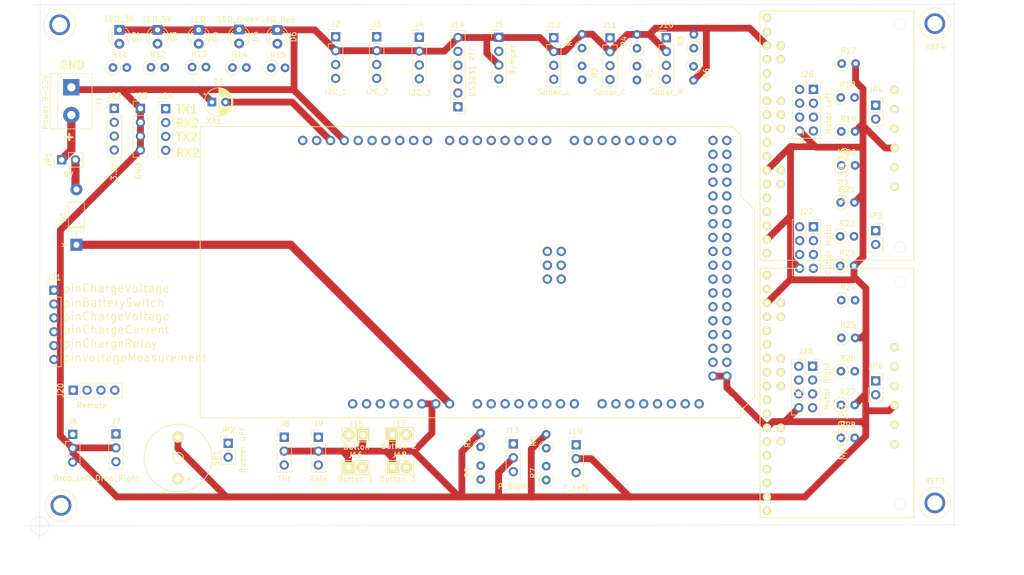
<source format=kicad_pcb>
(kicad_pcb (version 20171130) (host pcbnew "(5.1.9)-1")
  (layers (0 F.Cu signal) (31 B.Cu signal) (34 B.Paste user) (35 F.Paste user) (36 B.SilkS user) (37 F.SilkS user) (38 B.Mask user) (39 F.Mask user) (44 Edge.Cuts user))
  (net 0 "")
  (net 1 SCL1)
  (net 2 SDA1)
  (net 3 GND)
  (net 4 +9V)
  (net 5 "Net-(XA1-PadMISO)")
  (net 6 "Net-(XA1-PadD49)")
  (net 7 "Net-(XA1-Pad5V4)")
  (net 8 "Net-(XA1-Pad5V3)")
  (net 9 "Net-(XA1-PadA10)")
  (net 10 "Net-(XA1-PadD9)")
  (net 11 "Net-(XA1-PadD8)")
  (net 12 "Net-(XA1-Pad5V2)")
  (net 13 "Net-(XA1-PadSCK)")
  (net 14 "Net-(XA1-PadMOSI)")
  (net 15 "Net-(XA1-PadGND4)")
  (net 16 "Net-(XA1-PadRST2)")
  (net 17 pinMotorRightSense)
  (net 18 pinMotorRightFault)
  (net 19 IOREV)
  (net 20 pinMotorRightPWM)
  (net 21 pinMotorEnable)
  (net 22 "Net-(U1-Pad1)")
  (net 23 "Net-(U2-Pad24)")
  (net 24 "Net-(U2-Pad23)")
  (net 25 "Net-(U2-Pad20)")
  (net 26 "Net-(U2-Pad19)")
  (net 27 "Net-(U2-Pad12)")
  (net 28 "Net-(U2-Pad11)")
  (net 29 "Net-(U2-Pad1)")
  (net 30 pinMotorRightDir)
  (net 31 pinMotorLeftSense)
  (net 32 pinMotorLeftFault)
  (net 33 pinMotorLeftPWM)
  (net 34 pinMotorLeftDir)
  (net 35 pinMotorMowSense)
  (net 36 pinMotorMowFault)
  (net 37 pinMotorMowPWM)
  (net 38 pinMotorMowDir)
  (net 39 pinMotorMowEnable)
  (net 40 pinOdometryRight2)
  (net 41 pinOdometryRight)
  (net 42 pinOdometryLeft2)
  (net 43 pinOdometryLeft)
  (net 44 +24V)
  (net 45 pinDropLeft)
  (net 46 pinBumperLeft)
  (net 47 pinBumperRight)
  (net 48 pinDropRight)
  (net 49 pinBuzzer)
  (net 50 pinRemoteSwitch)
  (net 51 pinButton)
  (net 52 pinChargeRelay)
  (net 53 pinUserSwitch3)
  (net 54 pinUserSwitch2)
  (net 55 pinUserSwitch1)
  (net 56 pinRain)
  (net 57 pinLawnBackSend)
  (net 58 pinLawnBackRecv)
  (net 59 pinLawnFrontSend)
  (net 60 pinLawnFrontRecv)
  (net 61 pinSonarLeftEcho)
  (net 62 pinTilt)
  (net 63 pinSonarLeftTrigger)
  (net 64 pinSonarRightEcho)
  (net 65 pinSonarRightTrigger)
  (net 66 pinSonarCenterTrigger)
  (net 67 pinSonarCenterEcho)
  (net 68 pinChargeVoltage)
  (net 69 pinChargeCurrent)
  (net 70 pinVoltageMeasurement)
  (net 71 pinPerimeterCenter)
  (net 72 pinPerimeterLeft)
  (net 73 pinPerimeterRight)
  (net 74 pinBatteryVoltage)
  (net 75 pinRemoteSteer)
  (net 76 pinRemoteMow)
  (net 77 pinLED)
  (net 78 pinRemoteSpeed)
  (net 79 pinRedLED)
  (net 80 pinGreenLED)
  (net 81 pinBatterySwitch)
  (net 82 SCL0)
  (net 83 SDA0)
  (net 84 "Net-(C1-Pad2)")
  (net 85 TX0)
  (net 86 RX0)
  (net 87 GPS_RX)
  (net 88 GPS_TX)
  (net 89 TX2)
  (net 90 RX2)
  (net 91 TX1)
  (net 92 RX1)
  (net 93 +5V)
  (net 94 pinMotorMowRpm)
  (net 95 Reset)
  (net 96 +3V3)
  (net 97 "Net-(D6-Pad2)")
  (net 98 "Net-(D1-Pad2)")
  (net 99 "Net-(D2-Pad2)")
  (net 100 "Net-(J1-Pad2)")
  (net 101 "Net-(U1-Pad12)")
  (net 102 "Net-(U1-Pad11)")
  (net 103 "Net-(J12-Pad3)")
  (net 104 "Net-(J13-Pad3)")
  (net 105 "Net-(J10-Pad3)")
  (net 106 "Net-(J11-Pad3)")
  (net 107 "Net-(J14-Pad2)")
  (net 108 "Net-(D3-Pad2)")
  (net 109 "Net-(D4-Pad2)")
  (net 110 "Net-(D5-Pad2)")
  (net 111 "Net-(U1-Pad24)")
  (net 112 "Net-(U1-Pad23)")
  (net 113 "Net-(U1-Pad20)")
  (net 114 "Net-(U1-Pad19)")
  (net 115 "Net-(JP2-Pad2)")
  (net 116 MotorMowBreak)
  (net 117 MotorBreak)
  (net 118 "Net-(J26-Pad1)")
  (net 119 "Net-(J14-Pad1)")
  (net 120 "Net-(J19-Pad3)")
  (net 121 "Net-(J26-Pad7)")
  (net 122 "Net-(J26-Pad6)")
  (net 123 "Net-(J27-Pad7)")
  (net 124 "Net-(J27-Pad6)")
  (net 125 "Net-(J27-Pad1)")
  (net 126 "Net-(J28-Pad7)")
  (net 127 "Net-(J28-Pad6)")
  (net 128 "Net-(J28-Pad1)")
  (module Connector_PinHeader_2.54mm:PinHeader_1x03_P2.54mm_Vertical (layer F.Cu) (at 139.01 116.19)
    (fp_text reference J19 (at -0.17 -2.42) (layer F.SilkS))
    (fp_text value P_Left (at -0.11 7.8) (layer F.SilkS))
    (pad 3 thru_hole oval (at 0 5.08) (size 1.7 1.7) (drill 1) (layers *.Cu *.Mask) (net 120 "Net-(J19-Pad3)"))
    (pad 2 thru_hole oval (at 0 2.54) (size 1.7 1.7) (drill 1) (layers *.Cu *.Mask) (net 3 GND))
    (pad 1 thru_hole rect (at 0 0) (size 1.7 1.7) (drill 1) (layers *.Cu *.Mask) (net 93 +5V))
  )
  (module digikey-footprints:Test-Point-Pin_Drill2.79mm (layer F.Cu) (at 44.35 39.2)
    (fp_text reference REF** hide)
    (fp_text value Test-Point-Pin_Drill2.79mm)
    (pad 1 thru_hole circle (at 0 0) (size 3.79 3.79) (drill 2.79) (layers *.Cu *.Mask))
  )
  (module digikey-footprints:Test-Point-Pin_Drill2.79mm (layer F.Cu) (at 44.59 127.28)
    (fp_text reference REF2 hide)
    (fp_text value Test-Point-Pin_Drill2.79mm)
    (pad 2 thru_hole circle (at 0 0) (size 3.79 3.79) (drill 2.79) (layers *.Cu *.Mask))
  )
  (module digikey-footprints:Test-Point-Pin_Drill2.79mm (layer F.Cu) (at 204.76 126.83)
    (fp_text reference REF3 (at 0 -3.98) (layer F.SilkS))
    (fp_text value Test-Point-Pin_Drill2.79mm)
    (pad 3 thru_hole circle (at 0 0) (size 3.79 3.79) (drill 2.79) (layers *.Cu *.Mask))
  )
  (module digikey-footprints:Test-Point-Pin_Drill2.79mm (layer F.Cu) (at 204.76 38.99)
    (fp_text reference REF4 (at 0.09 4.25) (layer F.SilkS))
    (fp_text value Test-Point-Pin_Drill2.79mm)
    (pad 4 thru_hole circle (at 0 0) (size 3.79 3.79) (drill 2.79) (layers *.Cu *.Mask))
  )
  (module Zimprich:MC_33926_31polig_mit_Bohrloch_neue_Masse (layer F.Cu) (at 211.83 133.35 90)
    (fp_text reference U2 (at 26.416 -31.877 90) (layer F.SilkS) (effects (font (size 1.5 1.5))))
    (fp_text value MC33926 (at 19.431 -23.876 90) (layer F.SilkS) (effects (font (size 1.5 1.5))))
    (pad ~ thru_hole circle (at 47.0535 -13.3985 90) (size 2 2) (drill 2) (layers *.Cu *.Mask F.SilkS))
    (pad ~ thru_hole circle (at 6.2865 -13.3985 90) (size 2 2) (drill 2) (layers *.Cu *.Mask F.SilkS))
    (pad 31 thru_hole circle (at 43.18 -35.306 90) (size 1.524 1.524) (drill 0.762) (layers *.Cu *.Mask F.SilkS))
    (pad 30 thru_hole circle (at 40.64 -35.306 90) (size 1.524 1.524) (drill 0.762) (layers *.Cu *.Mask F.SilkS))
    (pad 29 thru_hole circle (at 33.02 -35.306 90) (size 1.524 1.524) (drill 0.762) (layers *.Cu *.Mask F.SilkS))
    (pad 28 thru_hole circle (at 30.48 -35.306 90) (size 1.524 1.524) (drill 0.762) (layers *.Cu *.Mask F.SilkS))
    (pad 27 thru_hole circle (at 27.94 -35.306 90) (size 1.524 1.524) (drill 0.762) (layers *.Cu *.Mask F.SilkS))
    (pad 26 thru_hole circle (at 20.32 -35.306 90) (size 1.524 1.524) (drill 0.762) (layers *.Cu *.Mask F.SilkS))
    (pad 25 thru_hole circle (at 17.78 -35.306 90) (size 1.524 1.524) (drill 0.762) (layers *.Cu *.Mask F.SilkS))
    (pad 24 thru_hole circle (at 35.052 -14.478 90) (size 1.524 1.524) (drill 0.762) (layers *.Cu *.Mask F.SilkS) (net 23 "Net-(U2-Pad24)"))
    (pad 23 thru_hole circle (at 31.496 -14.478 90) (size 1.524 1.524) (drill 0.762) (layers *.Cu *.Mask F.SilkS) (net 24 "Net-(U2-Pad23)"))
    (pad 22 thru_hole circle (at 27.94 -14.478 90) (size 1.524 1.524) (drill 0.762) (layers *.Cu *.Mask F.SilkS) (net 44 +24V))
    (pad 21 thru_hole circle (at 24.384 -14.478 90) (size 1.524 1.524) (drill 0.762) (layers *.Cu *.Mask F.SilkS) (net 3 GND))
    (pad 20 thru_hole circle (at 20.828 -14.478 90) (size 1.524 1.524) (drill 0.762) (layers *.Cu *.Mask F.SilkS) (net 25 "Net-(U2-Pad20)"))
    (pad 19 thru_hole circle (at 17.272 -14.478 90) (size 1.524 1.524) (drill 0.762) (layers *.Cu *.Mask F.SilkS) (net 26 "Net-(U2-Pad19)"))
    (pad 18 thru_hole circle (at 48.26 -37.846 90) (size 1.524 1.524) (drill 0.762) (layers *.Cu *.Mask F.SilkS) (net 17 pinMotorRightSense))
    (pad 17 thru_hole circle (at 45.72 -37.846 90) (size 1.524 1.524) (drill 0.762) (layers *.Cu *.Mask F.SilkS) (net 18 pinMotorRightFault))
    (pad 16 thru_hole circle (at 43.18 -37.846 90) (size 1.524 1.524) (drill 0.762) (layers *.Cu *.Mask F.SilkS) (net 3 GND))
    (pad 15 thru_hole circle (at 40.64 -37.846 90) (size 1.524 1.524) (drill 0.762) (layers *.Cu *.Mask F.SilkS) (net 19 IOREV))
    (pad 14 thru_hole circle (at 38.1 -37.846 90) (size 1.524 1.524) (drill 0.762) (layers *.Cu *.Mask F.SilkS) (net 20 pinMotorRightPWM))
    (pad 13 thru_hole circle (at 35.56 -37.846 90) (size 1.524 1.524) (drill 0.762) (layers *.Cu *.Mask F.SilkS) (net 30 pinMotorRightDir))
    (pad 12 thru_hole circle (at 33.02 -37.846 90) (size 1.524 1.524) (drill 0.762) (layers *.Cu *.Mask F.SilkS) (net 27 "Net-(U2-Pad12)"))
    (pad 11 thru_hole circle (at 30.48 -37.846 90) (size 1.524 1.524) (drill 0.762) (layers *.Cu *.Mask F.SilkS) (net 28 "Net-(U2-Pad11)"))
    (pad 10 thru_hole circle (at 27.94 -37.846 90) (size 1.524 1.524) (drill 0.762) (layers *.Cu *.Mask F.SilkS) (net 21 pinMotorEnable))
    (pad 9 thru_hole circle (at 25.4 -37.846 90) (size 1.524 1.524) (drill 0.762) (layers *.Cu *.Mask F.SilkS) (net 31 pinMotorLeftSense))
    (pad 8 thru_hole circle (at 22.86 -37.846 90) (size 1.524 1.524) (drill 0.762) (layers *.Cu *.Mask F.SilkS) (net 32 pinMotorLeftFault))
    (pad 7 thru_hole circle (at 20.32 -37.846 90) (size 1.524 1.524) (drill 0.762) (layers *.Cu *.Mask F.SilkS) (net 3 GND))
    (pad 6 thru_hole circle (at 17.78 -37.846 90) (size 1.524 1.524) (drill 0.762) (layers *.Cu *.Mask F.SilkS) (net 19 IOREV))
    (pad 5 thru_hole circle (at 15.24 -37.846 90) (size 1.524 1.524) (drill 0.762) (layers *.Cu *.Mask F.SilkS) (net 33 pinMotorLeftPWM))
    (pad 4 thru_hole circle (at 12.7 -37.846 90) (size 1.524 1.524) (drill 0.762) (layers *.Cu *.Mask F.SilkS) (net 34 pinMotorLeftDir))
    (pad 3 thru_hole circle (at 10.16 -37.846 90) (size 1.524 1.524) (drill 0.762) (layers *.Cu *.Mask F.SilkS) (net 19 IOREV))
    (pad 2 thru_hole circle (at 7.62 -37.846 90) (size 1.524 1.524) (drill 0.762) (layers *.Cu *.Mask F.SilkS) (net 3 GND))
    (pad 1 thru_hole circle (at 5.08 -37.846 90) (size 1.524 1.524) (drill 0.762) (layers *.Cu *.Mask F.SilkS) (net 29 "Net-(U2-Pad1)"))
  )
  (module Zimprich:MC_33926_31polig_mit_Bohrloch_neue_Masse (layer F.Cu) (at 211.83 86.17 90)
    (fp_text reference U1 (at 26.416 -31.877 90) (layer F.SilkS) (effects (font (size 1.5 1.5))))
    (fp_text value MC33926 (at 19.431 -23.876 90) (layer F.SilkS) (effects (font (size 1.5 1.5))))
    (pad ~ thru_hole circle (at 47.0535 -13.3985 90) (size 2 2) (drill 2) (layers *.Cu *.Mask F.SilkS))
    (pad ~ thru_hole circle (at 6.2865 -13.3985 90) (size 2 2) (drill 2) (layers *.Cu *.Mask F.SilkS))
    (pad 31 thru_hole circle (at 43.18 -35.306 90) (size 1.524 1.524) (drill 0.762) (layers *.Cu *.Mask F.SilkS))
    (pad 30 thru_hole circle (at 40.64 -35.306 90) (size 1.524 1.524) (drill 0.762) (layers *.Cu *.Mask F.SilkS))
    (pad 29 thru_hole circle (at 33.02 -35.306 90) (size 1.524 1.524) (drill 0.762) (layers *.Cu *.Mask F.SilkS))
    (pad 28 thru_hole circle (at 30.48 -35.306 90) (size 1.524 1.524) (drill 0.762) (layers *.Cu *.Mask F.SilkS))
    (pad 27 thru_hole circle (at 27.94 -35.306 90) (size 1.524 1.524) (drill 0.762) (layers *.Cu *.Mask F.SilkS))
    (pad 26 thru_hole circle (at 20.32 -35.306 90) (size 1.524 1.524) (drill 0.762) (layers *.Cu *.Mask F.SilkS))
    (pad 25 thru_hole circle (at 17.78 -35.306 90) (size 1.524 1.524) (drill 0.762) (layers *.Cu *.Mask F.SilkS))
    (pad 24 thru_hole circle (at 35.052 -14.478 90) (size 1.524 1.524) (drill 0.762) (layers *.Cu *.Mask F.SilkS) (net 111 "Net-(U1-Pad24)"))
    (pad 23 thru_hole circle (at 31.496 -14.478 90) (size 1.524 1.524) (drill 0.762) (layers *.Cu *.Mask F.SilkS) (net 112 "Net-(U1-Pad23)"))
    (pad 22 thru_hole circle (at 27.94 -14.478 90) (size 1.524 1.524) (drill 0.762) (layers *.Cu *.Mask F.SilkS) (net 44 +24V))
    (pad 21 thru_hole circle (at 24.384 -14.478 90) (size 1.524 1.524) (drill 0.762) (layers *.Cu *.Mask F.SilkS) (net 3 GND))
    (pad 20 thru_hole circle (at 20.828 -14.478 90) (size 1.524 1.524) (drill 0.762) (layers *.Cu *.Mask F.SilkS) (net 113 "Net-(U1-Pad20)"))
    (pad 19 thru_hole circle (at 17.272 -14.478 90) (size 1.524 1.524) (drill 0.762) (layers *.Cu *.Mask F.SilkS) (net 114 "Net-(U1-Pad19)"))
    (pad 18 thru_hole circle (at 48.26 -37.846 90) (size 1.524 1.524) (drill 0.762) (layers *.Cu *.Mask F.SilkS) (net 35 pinMotorMowSense))
    (pad 17 thru_hole circle (at 45.72 -37.846 90) (size 1.524 1.524) (drill 0.762) (layers *.Cu *.Mask F.SilkS) (net 36 pinMotorMowFault))
    (pad 16 thru_hole circle (at 43.18 -37.846 90) (size 1.524 1.524) (drill 0.762) (layers *.Cu *.Mask F.SilkS) (net 3 GND))
    (pad 15 thru_hole circle (at 40.64 -37.846 90) (size 1.524 1.524) (drill 0.762) (layers *.Cu *.Mask F.SilkS) (net 19 IOREV))
    (pad 14 thru_hole circle (at 38.1 -37.846 90) (size 1.524 1.524) (drill 0.762) (layers *.Cu *.Mask F.SilkS) (net 37 pinMotorMowPWM))
    (pad 13 thru_hole circle (at 35.56 -37.846 90) (size 1.524 1.524) (drill 0.762) (layers *.Cu *.Mask F.SilkS) (net 38 pinMotorMowDir))
    (pad 12 thru_hole circle (at 33.02 -37.846 90) (size 1.524 1.524) (drill 0.762) (layers *.Cu *.Mask F.SilkS) (net 101 "Net-(U1-Pad12)"))
    (pad 11 thru_hole circle (at 30.48 -37.846 90) (size 1.524 1.524) (drill 0.762) (layers *.Cu *.Mask F.SilkS) (net 102 "Net-(U1-Pad11)"))
    (pad 10 thru_hole circle (at 27.94 -37.846 90) (size 1.524 1.524) (drill 0.762) (layers *.Cu *.Mask F.SilkS) (net 39 pinMotorMowEnable))
    (pad 9 thru_hole circle (at 25.4 -37.846 90) (size 1.524 1.524) (drill 0.762) (layers *.Cu *.Mask F.SilkS) (net 19 IOREV))
    (pad 8 thru_hole circle (at 22.86 -37.846 90) (size 1.524 1.524) (drill 0.762) (layers *.Cu *.Mask F.SilkS) (net 36 pinMotorMowFault))
    (pad 7 thru_hole circle (at 20.32 -37.846 90) (size 1.524 1.524) (drill 0.762) (layers *.Cu *.Mask F.SilkS) (net 3 GND))
    (pad 6 thru_hole circle (at 17.78 -37.846 90) (size 1.524 1.524) (drill 0.762) (layers *.Cu *.Mask F.SilkS) (net 19 IOREV))
    (pad 5 thru_hole circle (at 15.24 -37.846 90) (size 1.524 1.524) (drill 0.762) (layers *.Cu *.Mask F.SilkS) (net 37 pinMotorMowPWM))
    (pad 4 thru_hole circle (at 12.7 -37.846 90) (size 1.524 1.524) (drill 0.762) (layers *.Cu *.Mask F.SilkS) (net 38 pinMotorMowDir))
    (pad 3 thru_hole circle (at 10.16 -37.846 90) (size 1.524 1.524) (drill 0.762) (layers *.Cu *.Mask F.SilkS) (net 19 IOREV))
    (pad 2 thru_hole circle (at 7.62 -37.846 90) (size 1.524 1.524) (drill 0.762) (layers *.Cu *.Mask F.SilkS) (net 3 GND))
    (pad 1 thru_hole circle (at 5.08 -37.846 90) (size 1.524 1.524) (drill 0.762) (layers *.Cu *.Mask F.SilkS) (net 22 "Net-(U1-Pad1)"))
  )
  (module Resistor_THT:R_Axial_DIN0207_L6.3mm_D2.5mm_P2.54mm_Vertical (layer F.Cu) (at 187.54 114.91)
    (fp_text reference R28 (at 1.27 -2.37) (layer F.SilkS))
    (fp_text value 1KO)
    (pad 2 thru_hole oval (at 2.54 0) (size 1.6 1.6) (drill 0.8) (layers *.Cu *.Mask) (net 18 pinMotorRightFault))
    (pad 1 thru_hole circle (at 0 0) (size 1.6 1.6) (drill 0.8) (layers *.Cu *.Mask) (net 126 "Net-(J28-Pad7)"))
  )
  (module Resistor_THT:R_Axial_DIN0207_L6.3mm_D2.5mm_P2.54mm_Vertical (layer F.Cu) (at 187.54 108.88)
    (fp_text reference R27 (at 1.27 -2.37) (layer F.SilkS))
    (fp_text value 1.5KO)
    (pad 2 thru_hole oval (at 2.54 0) (size 1.6 1.6) (drill 0.8) (layers *.Cu *.Mask) (net 3 GND))
    (pad 1 thru_hole circle (at 0 0) (size 1.6 1.6) (drill 0.8) (layers *.Cu *.Mask) (net 126 "Net-(J28-Pad7)"))
  )
  (module Resistor_THT:R_Axial_DIN0207_L6.3mm_D2.5mm_P2.54mm_Vertical (layer F.Cu) (at 187.54 102.69)
    (fp_text reference R26 (at 1.27 -2.37) (layer F.SilkS))
    (fp_text value 1KO)
    (pad 2 thru_hole oval (at 2.54 0) (size 1.6 1.6) (drill 0.8) (layers *.Cu *.Mask) (net 41 pinOdometryRight))
    (pad 1 thru_hole circle (at 0 0) (size 1.6 1.6) (drill 0.8) (layers *.Cu *.Mask) (net 127 "Net-(J28-Pad6)"))
  )
  (module Resistor_THT:R_Axial_DIN0207_L6.3mm_D2.5mm_P2.54mm_Vertical (layer F.Cu) (at 187.61 96.58)
    (fp_text reference R25 (at 1.27 -2.37) (layer F.SilkS))
    (fp_text value 1.5KO)
    (pad 2 thru_hole oval (at 2.54 0) (size 1.6 1.6) (drill 0.8) (layers *.Cu *.Mask) (net 3 GND))
    (pad 1 thru_hole circle (at 0 0) (size 1.6 1.6) (drill 0.8) (layers *.Cu *.Mask) (net 127 "Net-(J28-Pad6)"))
  )
  (module Resistor_THT:R_Axial_DIN0207_L6.3mm_D2.5mm_P2.54mm_Vertical (layer F.Cu) (at 187.6 89.68)
    (fp_text reference R24 (at 1.27 -2.37) (layer F.SilkS))
    (fp_text value 1KO)
    (pad 2 thru_hole oval (at 2.54 0) (size 1.6 1.6) (drill 0.8) (layers *.Cu *.Mask) (net 36 pinMotorMowFault))
    (pad 1 thru_hole circle (at 0 0) (size 1.6 1.6) (drill 0.8) (layers *.Cu *.Mask) (net 123 "Net-(J27-Pad7)"))
  )
  (module Resistor_THT:R_Axial_DIN0207_L6.3mm_D2.5mm_P2.54mm_Vertical (layer F.Cu) (at 187.41 83.37)
    (fp_text reference R23 (at 1.27 -2.37) (layer F.SilkS))
    (fp_text value 1.5KO)
    (pad 2 thru_hole oval (at 2.54 0) (size 1.6 1.6) (drill 0.8) (layers *.Cu *.Mask) (net 3 GND))
    (pad 1 thru_hole circle (at 0 0) (size 1.6 1.6) (drill 0.8) (layers *.Cu *.Mask) (net 123 "Net-(J27-Pad7)"))
  )
  (module Resistor_THT:R_Axial_DIN0207_L6.3mm_D2.5mm_P2.54mm_Vertical (layer F.Cu) (at 187.41 77.97)
    (fp_text reference R22 (at 1.27 -2.37) (layer F.SilkS))
    (fp_text value 1KO)
    (pad 2 thru_hole oval (at 2.54 0) (size 1.6 1.6) (drill 0.8) (layers *.Cu *.Mask) (net 94 pinMotorMowRpm))
    (pad 1 thru_hole circle (at 0 0) (size 1.6 1.6) (drill 0.8) (layers *.Cu *.Mask) (net 124 "Net-(J27-Pad6)"))
  )
  (module Resistor_THT:R_Axial_DIN0207_L6.3mm_D2.5mm_P2.54mm_Vertical (layer F.Cu) (at 187.5 71.75)
    (fp_text reference R21 (at 1.27 -2.37) (layer F.SilkS))
    (fp_text value 1.5KO)
    (pad 2 thru_hole oval (at 2.54 0) (size 1.6 1.6) (drill 0.8) (layers *.Cu *.Mask) (net 3 GND))
    (pad 1 thru_hole circle (at 0 0) (size 1.6 1.6) (drill 0.8) (layers *.Cu *.Mask) (net 124 "Net-(J27-Pad6)"))
  )
  (module Resistor_THT:R_Axial_DIN0207_L6.3mm_D2.5mm_P2.54mm_Vertical (layer F.Cu) (at 187.6 64.97)
    (fp_text reference R20 (at 1.27 -2.37) (layer F.SilkS))
    (fp_text value 1KO)
    (pad 2 thru_hole oval (at 2.54 0) (size 1.6 1.6) (drill 0.8) (layers *.Cu *.Mask) (net 32 pinMotorLeftFault))
    (pad 1 thru_hole circle (at 0 0) (size 1.6 1.6) (drill 0.8) (layers *.Cu *.Mask) (net 121 "Net-(J26-Pad7)"))
  )
  (module Resistor_THT:R_Axial_DIN0207_L6.3mm_D2.5mm_P2.54mm_Vertical (layer F.Cu) (at 187.6 58.75)
    (fp_text reference R19 (at 1.27 -2.37) (layer F.SilkS))
    (fp_text value 1.5KO)
    (pad 2 thru_hole oval (at 2.54 0) (size 1.6 1.6) (drill 0.8) (layers *.Cu *.Mask) (net 3 GND))
    (pad 1 thru_hole circle (at 0 0) (size 1.6 1.6) (drill 0.8) (layers *.Cu *.Mask) (net 121 "Net-(J26-Pad7)"))
  )
  (module Resistor_THT:R_Axial_DIN0207_L6.3mm_D2.5mm_P2.54mm_Vertical (layer F.Cu) (at 187.51 52.53)
    (fp_text reference R18 (at 1.27 -2.37) (layer F.SilkS))
    (fp_text value 1KO)
    (pad 2 thru_hole oval (at 2.54 0) (size 1.6 1.6) (drill 0.8) (layers *.Cu *.Mask) (net 43 pinOdometryLeft))
    (pad 1 thru_hole circle (at 0 0) (size 1.6 1.6) (drill 0.8) (layers *.Cu *.Mask) (net 122 "Net-(J26-Pad6)"))
  )
  (module Resistor_THT:R_Axial_DIN0207_L6.3mm_D2.5mm_P2.54mm_Vertical (layer F.Cu) (at 187.69 46.31)
    (fp_text reference R17 (at 1.27 -2.37) (layer F.SilkS))
    (fp_text value 1.5KO)
    (pad 2 thru_hole oval (at 2.54 0) (size 1.6 1.6) (drill 0.8) (layers *.Cu *.Mask) (net 3 GND))
    (pad 1 thru_hole circle (at 0 0) (size 1.6 1.6) (drill 0.8) (layers *.Cu *.Mask) (net 122 "Net-(J26-Pad6)"))
  )
  (module Connector_PinSocket_2.54mm:PinSocket_1x02_P2.54mm_Vertical (layer F.Cu) (at 193.91 104.47)
    (fp_text reference JP6 (at 0 -2.77) (layer F.SilkS))
    (fp_text value 5V)
    (pad 2 thru_hole oval (at 0 2.54) (size 1.7 1.7) (drill 1) (layers *.Cu *.Mask) (net 128 "Net-(J28-Pad1)"))
    (pad 1 thru_hole rect (at 0 0) (size 1.7 1.7) (drill 1) (layers *.Cu *.Mask) (net 93 +5V))
  )
  (module Connector_PinSocket_2.54mm:PinSocket_1x02_P2.54mm_Vertical (layer F.Cu) (at 193.91 76.93)
    (fp_text reference JP5 (at 0 -2.77) (layer F.SilkS))
    (fp_text value 5V)
    (pad 2 thru_hole oval (at 0 2.54) (size 1.7 1.7) (drill 1) (layers *.Cu *.Mask) (net 125 "Net-(J27-Pad1)"))
    (pad 1 thru_hole rect (at 0 0) (size 1.7 1.7) (drill 1) (layers *.Cu *.Mask) (net 93 +5V))
  )
  (module Connector_PinSocket_2.54mm:PinSocket_1x02_P2.54mm_Vertical (layer F.Cu) (at 193.91 53.94)
    (fp_text reference JP4 (at 0 -2.77) (layer F.SilkS))
    (fp_text value 5V)
    (pad 2 thru_hole oval (at 0 2.54) (size 1.7 1.7) (drill 1) (layers *.Cu *.Mask) (net 118 "Net-(J26-Pad1)"))
    (pad 1 thru_hole rect (at 0 0) (size 1.7 1.7) (drill 1) (layers *.Cu *.Mask) (net 93 +5V))
  )
  (module Connector_PinSocket_2.54mm:PinSocket_2x04_P2.54mm_Vertical (layer F.Cu) (at 182.35 101.77)
    (fp_text reference J28 (at -1.27 -2.77) (layer F.SilkS))
    (fp_text value "Motor Right" (at 2.62 3.74 90) (layer F.SilkS))
    (pad 8 thru_hole oval (at -2.54 7.62) (size 1.7 1.7) (drill 1) (layers *.Cu *.Mask) (net 3 GND))
    (pad 7 thru_hole oval (at 0 7.62) (size 1.7 1.7) (drill 1) (layers *.Cu *.Mask) (net 126 "Net-(J28-Pad7)"))
    (pad 6 thru_hole oval (at -2.54 5.08) (size 1.7 1.7) (drill 1) (layers *.Cu *.Mask) (net 127 "Net-(J28-Pad6)"))
    (pad 5 thru_hole oval (at 0 5.08) (size 1.7 1.7) (drill 1) (layers *.Cu *.Mask) (net 21 pinMotorEnable))
    (pad 4 thru_hole oval (at -2.54 2.54) (size 1.7 1.7) (drill 1) (layers *.Cu *.Mask) (net 20 pinMotorRightPWM))
    (pad 3 thru_hole oval (at 0 2.54) (size 1.7 1.7) (drill 1) (layers *.Cu *.Mask) (net 117 MotorBreak))
    (pad 2 thru_hole oval (at -2.54 0) (size 1.7 1.7) (drill 1) (layers *.Cu *.Mask) (net 30 pinMotorRightDir))
    (pad 1 thru_hole rect (at 0 0) (size 1.7 1.7) (drill 1) (layers *.Cu *.Mask) (net 128 "Net-(J28-Pad1)"))
  )
  (module Connector_PinSocket_2.54mm:PinSocket_2x04_P2.54mm_Vertical (layer F.Cu) (at 182.51 76.22)
    (fp_text reference J27 (at -1.27 -2.77) (layer F.SilkS))
    (fp_text value "Cutter Motor" (at 2.71 4.1 90) (layer F.SilkS))
    (pad 8 thru_hole oval (at -2.54 7.62) (size 1.7 1.7) (drill 1) (layers *.Cu *.Mask) (net 3 GND))
    (pad 7 thru_hole oval (at 0 7.62) (size 1.7 1.7) (drill 1) (layers *.Cu *.Mask) (net 123 "Net-(J27-Pad7)"))
    (pad 6 thru_hole oval (at -2.54 5.08) (size 1.7 1.7) (drill 1) (layers *.Cu *.Mask) (net 124 "Net-(J27-Pad6)"))
    (pad 5 thru_hole oval (at 0 5.08) (size 1.7 1.7) (drill 1) (layers *.Cu *.Mask) (net 39 pinMotorMowEnable))
    (pad 4 thru_hole oval (at -2.54 2.54) (size 1.7 1.7) (drill 1) (layers *.Cu *.Mask) (net 37 pinMotorMowPWM))
    (pad 3 thru_hole oval (at 0 2.54) (size 1.7 1.7) (drill 1) (layers *.Cu *.Mask) (net 116 MotorMowBreak))
    (pad 2 thru_hole oval (at -2.54 0) (size 1.7 1.7) (drill 1) (layers *.Cu *.Mask) (net 38 pinMotorMowDir))
    (pad 1 thru_hole rect (at 0 0) (size 1.7 1.7) (drill 1) (layers *.Cu *.Mask) (net 125 "Net-(J27-Pad1)"))
  )
  (module Connector_PinSocket_2.54mm:PinSocket_2x04_P2.54mm_Vertical (layer F.Cu) (at 182.51 51.04)
    (fp_text reference J26 (at -1.27 -2.77) (layer F.SilkS))
    (fp_text value "Motor Left" (at 2.71 4.41 90) (layer F.SilkS))
    (pad 8 thru_hole oval (at -2.54 7.62) (size 1.7 1.7) (drill 1) (layers *.Cu *.Mask) (net 3 GND))
    (pad 7 thru_hole oval (at 0 7.62) (size 1.7 1.7) (drill 1) (layers *.Cu *.Mask) (net 121 "Net-(J26-Pad7)"))
    (pad 6 thru_hole oval (at -2.54 5.08) (size 1.7 1.7) (drill 1) (layers *.Cu *.Mask) (net 122 "Net-(J26-Pad6)"))
    (pad 5 thru_hole oval (at 0 5.08) (size 1.7 1.7) (drill 1) (layers *.Cu *.Mask) (net 21 pinMotorEnable))
    (pad 4 thru_hole oval (at -2.54 2.54) (size 1.7 1.7) (drill 1) (layers *.Cu *.Mask) (net 33 pinMotorLeftPWM))
    (pad 3 thru_hole oval (at 0 2.54) (size 1.7 1.7) (drill 1) (layers *.Cu *.Mask) (net 117 MotorBreak))
    (pad 2 thru_hole oval (at -2.54 0) (size 1.7 1.7) (drill 1) (layers *.Cu *.Mask) (net 34 pinMotorLeftDir))
    (pad 1 thru_hole rect (at 0 0) (size 1.7 1.7) (drill 1) (layers *.Cu *.Mask) (net 118 "Net-(J26-Pad1)"))
  )
  (module Zimprich:Pin_Header_KK110_1x02_3D (layer F.Cu) (at 98.56 120.34)
    (fp_text reference J16 (at 0 -2.286) (layer F.SilkS))
    (fp_text value "Button 1" (at 0.05 2.13) (layer F.SilkS))
    (pad 2 thru_hole oval (at 1.27 0) (size 2.032 2.032) (drill 1.016) (layers *.Cu *.Mask F.SilkS) (net 55 pinUserSwitch1))
    (pad 1 thru_hole rect (at -1.27 0) (size 2.032 2.032) (drill 1.016) (layers *.Cu *.Mask F.SilkS) (net 3 GND))
  )
  (module LED_THT:LED_D3.0mm (layer F.Cu) (at 69.84 40.13 270)
    (fp_text reference D4 (at 1.27 -2.96 90) (layer F.SilkS))
    (fp_text value LED (at -1.89 0.1) (layer F.SilkS))
    (pad 2 thru_hole circle (at 2.54 0 270) (size 1.8 1.8) (drill 0.9) (layers *.Cu *.Mask) (net 109 "Net-(D4-Pad2)"))
    (pad 1 thru_hole rect (at 0 0 270) (size 1.8 1.8) (drill 0.9) (layers *.Cu *.Mask) (net 3 GND))
  )
  (module LED_THT:LED_D3.0mm (layer F.Cu) (at 55.28 40.13 270)
    (fp_text reference D2 (at 1.27 -2.96 90) (layer F.SilkS))
    (fp_text value LED_3V (at -2.03 0 180) (layer F.SilkS))
    (pad 2 thru_hole circle (at 2.54 0 270) (size 1.8 1.8) (drill 0.9) (layers *.Cu *.Mask) (net 99 "Net-(D2-Pad2)"))
    (pad 1 thru_hole rect (at 0 0 270) (size 1.8 1.8) (drill 0.9) (layers *.Cu *.Mask) (net 3 GND))
  )
  (module Zimprich:Pin_Header_KK110_1x02_3D (layer F.Cu) (at 106.64 120.31)
    (fp_text reference J18 (at 0 -2.286) (layer F.SilkS))
    (fp_text value "Button 3" (at -0.35 2.14) (layer F.SilkS))
    (pad 2 thru_hole oval (at 1.27 0) (size 2.032 2.032) (drill 1.016) (layers *.Cu *.Mask F.SilkS) (net 53 pinUserSwitch3))
    (pad 1 thru_hole rect (at -1.27 0) (size 2.032 2.032) (drill 1.016) (layers *.Cu *.Mask F.SilkS) (net 3 GND))
  )
  (module Zimprich:Pin_Header_KK110_1x02_3D (layer F.Cu) (at 106.61 114.29)
    (fp_text reference J17 (at -0.07 -2.01) (layer F.SilkS))
    (fp_text value "Button 2" (at -0.09 2.12) (layer F.SilkS))
    (pad 2 thru_hole oval (at 1.27 0) (size 2.032 2.032) (drill 1.016) (layers *.Cu *.Mask F.SilkS) (net 54 pinUserSwitch2))
    (pad 1 thru_hole rect (at -1.27 0) (size 2.032 2.032) (drill 1.016) (layers *.Cu *.Mask F.SilkS) (net 3 GND))
  )
  (module Connector_PinHeader_2.54mm:PinHeader_1x02_P2.54mm_Vertical (layer F.Cu) (at 75.23 115.91)
    (fp_text reference JP2 (at -0.1 -2.41) (layer F.SilkS))
    (fp_text value "Buzzer OFF" (at 2.65 1.19 90) (layer F.SilkS))
    (pad 2 thru_hole oval (at 0 2.54) (size 1.7 1.7) (drill 1) (layers *.Cu *.Mask) (net 115 "Net-(JP2-Pad2)"))
    (pad 1 thru_hole rect (at 0 0) (size 1.7 1.7) (drill 1) (layers *.Cu *.Mask) (net 49 pinBuzzer))
  )
  (module Connector_PinHeader_2.54mm:PinHeader_1x02_P2.54mm_Vertical (layer F.Cu) (at 44.71 63.95 90)
    (fp_text reference JP1 (at 0 -2.33 90) (layer F.SilkS))
    (fp_text value 9V (at -2.67 1.27) (layer F.SilkS))
    (pad 2 thru_hole oval (at 0 2.54 90) (size 1.7 1.7) (drill 1) (layers *.Cu *.Mask) (net 98 "Net-(D1-Pad2)"))
    (pad 1 thru_hole rect (at 0 0 90) (size 1.7 1.7) (drill 1) (layers *.Cu *.Mask) (net 100 "Net-(J1-Pad2)"))
  )
  (module Connector_PinHeader_2.54mm:PinHeader_1x04_P2.54mm_Vertical (layer F.Cu) (at 54.36 54.53)
    (fp_text reference J22 (at 0 -2.33) (layer F.SilkS))
    (fp_text value 3.3V (at -0.04 11.64 -90) (layer F.SilkS))
    (pad 4 thru_hole oval (at 0 7.62) (size 1.7 1.7) (drill 1) (layers *.Cu *.Mask) (net 96 +3V3))
    (pad 3 thru_hole oval (at 0 5.08) (size 1.7 1.7) (drill 1) (layers *.Cu *.Mask) (net 96 +3V3))
    (pad 2 thru_hole oval (at 0 2.54) (size 1.7 1.7) (drill 1) (layers *.Cu *.Mask) (net 96 +3V3))
    (pad 1 thru_hole rect (at 0 0) (size 1.7 1.7) (drill 1) (layers *.Cu *.Mask) (net 96 +3V3))
  )
  (module Connector_PinHeader_2.54mm:PinHeader_1x06_P2.54mm_Vertical (layer F.Cu) (at 43.3 87.84)
    (fp_text reference J21 (at 0 -2.33) (layer F.SilkS))
    (fp_text value PCB_2)
    (pad 6 thru_hole oval (at 0 12.7) (size 1.7 1.7) (drill 1) (layers *.Cu *.Mask) (net 70 pinVoltageMeasurement))
    (pad 5 thru_hole oval (at 0 10.16) (size 1.7 1.7) (drill 1) (layers *.Cu *.Mask) (net 52 pinChargeRelay))
    (pad 4 thru_hole oval (at 0 7.62) (size 1.7 1.7) (drill 1) (layers *.Cu *.Mask) (net 69 pinChargeCurrent))
    (pad 3 thru_hole oval (at 0 5.08) (size 1.7 1.7) (drill 1) (layers *.Cu *.Mask) (net 68 pinChargeVoltage))
    (pad 2 thru_hole oval (at 0 2.54) (size 1.7 1.7) (drill 1) (layers *.Cu *.Mask) (net 81 pinBatterySwitch))
    (pad 1 thru_hole rect (at 0 0) (size 1.7 1.7) (drill 1) (layers *.Cu *.Mask) (net 74 pinBatteryVoltage))
  )
  (module Connector_PinHeader_2.54mm:PinHeader_1x04_P2.54mm_Vertical (layer F.Cu) (at 46.83 106.17 90)
    (fp_text reference J20 (at 0 -2.33 90) (layer F.SilkS))
    (fp_text value Remote (at -2.8 3.43) (layer F.SilkS))
    (pad 4 thru_hole oval (at 0 7.62 90) (size 1.7 1.7) (drill 1) (layers *.Cu *.Mask) (net 50 pinRemoteSwitch))
    (pad 3 thru_hole oval (at 0 5.08 90) (size 1.7 1.7) (drill 1) (layers *.Cu *.Mask) (net 76 pinRemoteMow))
    (pad 2 thru_hole oval (at 0 2.54 90) (size 1.7 1.7) (drill 1) (layers *.Cu *.Mask) (net 75 pinRemoteSteer))
    (pad 1 thru_hole rect (at 0 0 90) (size 1.7 1.7) (drill 1) (layers *.Cu *.Mask) (net 78 pinRemoteSpeed))
  )
  (module Zimprich:Pin_Header_KK110_1x02_3D (layer F.Cu) (at 98.63 114.36 180)
    (fp_text reference J15 (at -0.07 2.02) (layer F.SilkS))
    (fp_text value Button (at -0.11 -2.18) (layer F.SilkS))
    (pad 2 thru_hole oval (at 1.27 0 180) (size 2.032 2.032) (drill 1.016) (layers *.Cu *.Mask F.SilkS) (net 51 pinButton))
    (pad 1 thru_hole rect (at -1.27 0 180) (size 2.032 2.032) (drill 1.016) (layers *.Cu *.Mask F.SilkS) (net 3 GND))
  )
  (module Connector_PinHeader_2.54mm:PinHeader_1x06_P2.54mm_Vertical (layer F.Cu) (at 117.35 54.23 180)
    (fp_text reference J14 (at 0.11 15.01) (layer F.SilkS))
    (fp_text value "DS3231 RTC" (at -2.65 6.5 90) (layer F.SilkS))
    (pad 6 thru_hole oval (at 0 12.7 180) (size 1.7 1.7) (drill 1) (layers *.Cu *.Mask) (net 3 GND))
    (pad 5 thru_hole oval (at 0 10.16 180) (size 1.7 1.7) (drill 1) (layers *.Cu *.Mask) (net 96 +3V3))
    (pad 4 thru_hole oval (at 0 7.62 180) (size 1.7 1.7) (drill 1) (layers *.Cu *.Mask) (net 2 SDA1))
    (pad 3 thru_hole oval (at 0 5.08 180) (size 1.7 1.7) (drill 1) (layers *.Cu *.Mask) (net 1 SCL1))
    (pad 2 thru_hole oval (at 0 2.54 180) (size 1.7 1.7) (drill 1) (layers *.Cu *.Mask) (net 107 "Net-(J14-Pad2)"))
    (pad 1 thru_hole rect (at 0 0 180) (size 1.7 1.7) (drill 1) (layers *.Cu *.Mask) (net 119 "Net-(J14-Pad1)"))
  )
  (module Connector_PinHeader_2.54mm:PinHeader_1x04_P2.54mm_Vertical (layer F.Cu) (at 134.91 41.56)
    (fp_text reference J12 (at 0 -2.33) (layer F.SilkS))
    (fp_text value Sonar_L (at 0 9.95) (layer F.SilkS))
    (pad 4 thru_hole oval (at 0 7.62) (size 1.7 1.7) (drill 1) (layers *.Cu *.Mask) (net 61 pinSonarLeftEcho))
    (pad 3 thru_hole oval (at 0 5.08) (size 1.7 1.7) (drill 1) (layers *.Cu *.Mask) (net 103 "Net-(J12-Pad3)"))
    (pad 2 thru_hole oval (at 0 2.54) (size 1.7 1.7) (drill 1) (layers *.Cu *.Mask) (net 3 GND))
    (pad 1 thru_hole rect (at 0 0) (size 1.7 1.7) (drill 1) (layers *.Cu *.Mask) (net 93 +5V))
  )
  (module Connector_PinHeader_2.54mm:PinHeader_1x04_P2.54mm_Vertical (layer F.Cu) (at 145.22 41.61)
    (fp_text reference J11 (at -0.07 -2.34) (layer F.SilkS))
    (fp_text value Sonar_C (at 0 9.95) (layer F.SilkS))
    (pad 4 thru_hole oval (at 0 7.62) (size 1.7 1.7) (drill 1) (layers *.Cu *.Mask) (net 67 pinSonarCenterEcho))
    (pad 3 thru_hole oval (at 0 5.08) (size 1.7 1.7) (drill 1) (layers *.Cu *.Mask) (net 106 "Net-(J11-Pad3)"))
    (pad 2 thru_hole oval (at 0 2.54) (size 1.7 1.7) (drill 1) (layers *.Cu *.Mask) (net 3 GND))
    (pad 1 thru_hole rect (at 0 0) (size 1.7 1.7) (drill 1) (layers *.Cu *.Mask) (net 93 +5V))
  )
  (module Connector_PinHeader_2.54mm:PinHeader_1x04_P2.54mm_Vertical (layer F.Cu) (at 155.55 41.56)
    (fp_text reference J10 (at 0 -2.33) (layer F.SilkS))
    (fp_text value Sonar_R (at 0 9.95) (layer F.SilkS))
    (pad 4 thru_hole oval (at 0 7.62) (size 1.7 1.7) (drill 1) (layers *.Cu *.Mask) (net 64 pinSonarRightEcho))
    (pad 3 thru_hole oval (at 0 5.08) (size 1.7 1.7) (drill 1) (layers *.Cu *.Mask) (net 105 "Net-(J10-Pad3)"))
    (pad 2 thru_hole oval (at 0 2.54) (size 1.7 1.7) (drill 1) (layers *.Cu *.Mask) (net 3 GND))
    (pad 1 thru_hole rect (at 0 0) (size 1.7 1.7) (drill 1) (layers *.Cu *.Mask) (net 93 +5V))
  )
  (module Connector_PinHeader_2.54mm:PinHeader_1x04_P2.54mm_Vertical (layer F.Cu) (at 124.84 41.51)
    (fp_text reference J5 (at 0 -2.33) (layer F.SilkS))
    (fp_text value Bumper (at 2.5 4.16 90) (layer F.SilkS))
    (pad 4 thru_hole oval (at 0 7.62) (size 1.7 1.7) (drill 1) (layers *.Cu *.Mask) (net 46 pinBumperLeft))
    (pad 3 thru_hole oval (at 0 5.08) (size 1.7 1.7) (drill 1) (layers *.Cu *.Mask) (net 3 GND))
    (pad 2 thru_hole oval (at 0 2.54) (size 1.7 1.7) (drill 1) (layers *.Cu *.Mask) (net 47 pinBumperRight))
    (pad 1 thru_hole rect (at 0 0) (size 1.7 1.7) (drill 1) (layers *.Cu *.Mask) (net 3 GND))
  )
  (module Connector_PinHeader_2.54mm:PinHeader_1x04_P2.54mm_Vertical (layer F.Cu) (at 110.27 41.49)
    (fp_text reference J4 (at 0 -2.33) (layer F.SilkS))
    (fp_text value I2C_3 (at 0.06 10.15) (layer F.SilkS))
    (pad 4 thru_hole oval (at 0 7.62) (size 1.7 1.7) (drill 1) (layers *.Cu *.Mask) (net 1 SCL1))
    (pad 3 thru_hole oval (at 0 5.08) (size 1.7 1.7) (drill 1) (layers *.Cu *.Mask) (net 2 SDA1))
    (pad 2 thru_hole oval (at 0 2.54) (size 1.7 1.7) (drill 1) (layers *.Cu *.Mask) (net 3 GND))
    (pad 1 thru_hole rect (at 0 0) (size 1.7 1.7) (drill 1) (layers *.Cu *.Mask) (net 96 +3V3))
  )
  (module Connector_PinHeader_2.54mm:PinHeader_1x04_P2.54mm_Vertical (layer F.Cu) (at 102.46 41.4)
    (fp_text reference J3 (at 0 -2.33) (layer F.SilkS))
    (fp_text value I2C_2 (at 0.04 10.09) (layer F.SilkS))
    (pad 4 thru_hole oval (at 0 7.62) (size 1.7 1.7) (drill 1) (layers *.Cu *.Mask) (net 82 SCL0))
    (pad 3 thru_hole oval (at 0 5.08) (size 1.7 1.7) (drill 1) (layers *.Cu *.Mask) (net 83 SDA0))
    (pad 2 thru_hole oval (at 0 2.54) (size 1.7 1.7) (drill 1) (layers *.Cu *.Mask) (net 3 GND))
    (pad 1 thru_hole rect (at 0 0) (size 1.7 1.7) (drill 1) (layers *.Cu *.Mask) (net 96 +3V3))
  )
  (module Connector_PinHeader_2.54mm:PinHeader_1x04_P2.54mm_Vertical (layer F.Cu) (at 94.93 41.41)
    (fp_text reference J2 (at 0 -2.33) (layer F.SilkS))
    (fp_text value I2C_1 (at 0.07 10.13) (layer F.SilkS))
    (pad 4 thru_hole oval (at 0 7.62) (size 1.7 1.7) (drill 1) (layers *.Cu *.Mask) (net 82 SCL0))
    (pad 3 thru_hole oval (at 0 5.08) (size 1.7 1.7) (drill 1) (layers *.Cu *.Mask) (net 83 SDA0))
    (pad 2 thru_hole oval (at 0 2.54) (size 1.7 1.7) (drill 1) (layers *.Cu *.Mask) (net 3 GND))
    (pad 1 thru_hole rect (at 0 0) (size 1.7 1.7) (drill 1) (layers *.Cu *.Mask) (net 96 +3V3))
  )
  (module Connector_PinHeader_2.54mm:PinHeader_1x04_P2.54mm_Vertical (layer F.Cu) (at 59.16 54.54)
    (fp_text reference J23 (at 0 -2.33) (layer F.SilkS))
    (fp_text value GND (at -0.35 11.5 270) (layer F.SilkS))
    (pad 4 thru_hole oval (at 0 7.62) (size 1.7 1.7) (drill 1) (layers *.Cu *.Mask) (net 3 GND))
    (pad 3 thru_hole oval (at 0 5.08) (size 1.7 1.7) (drill 1) (layers *.Cu *.Mask) (net 3 GND))
    (pad 2 thru_hole oval (at 0 2.54) (size 1.7 1.7) (drill 1) (layers *.Cu *.Mask) (net 3 GND))
    (pad 1 thru_hole rect (at 0 0) (size 1.7 1.7) (drill 1) (layers *.Cu *.Mask) (net 3 GND))
  )
  (module Arduino:Arduino_Due_Shield (layer F.Cu) (at 70.11 111.21)
    (fp_text reference XA1 (at 2.54 -54.356) (layer F.SilkS))
    (fp_text value Arduino_Due_Shield)
    (fp_text user . (at 62.484 -32.004) (layer F.SilkS))
    (pad MISO thru_hole oval (at 63.627 -30.48) (size 1.7272 1.7272) (drill 1.016) (layers *.Cu *.Mask) (net 5 "Net-(XA1-PadMISO)"))
    (pad GND6 thru_hole oval (at 96.52 -7.62) (size 1.7272 1.7272) (drill 1.016) (layers *.Cu *.Mask) (net 3 GND))
    (pad GND5 thru_hole oval (at 93.98 -7.62) (size 1.7272 1.7272) (drill 1.016) (layers *.Cu *.Mask) (net 3 GND))
    (pad D53 thru_hole oval (at 96.52 -10.16) (size 1.7272 1.7272) (drill 1.016) (layers *.Cu *.Mask) (net 49 pinBuzzer))
    (pad D52 thru_hole oval (at 93.98 -10.16) (size 1.7272 1.7272) (drill 1.016) (layers *.Cu *.Mask) (net 50 pinRemoteSwitch))
    (pad D51 thru_hole oval (at 96.52 -12.7) (size 1.7272 1.7272) (drill 1.016) (layers *.Cu *.Mask) (net 51 pinButton))
    (pad D50 thru_hole oval (at 93.98 -12.7) (size 1.7272 1.7272) (drill 1.016) (layers *.Cu *.Mask) (net 52 pinChargeRelay))
    (pad D49 thru_hole oval (at 96.52 -15.24) (size 1.7272 1.7272) (drill 1.016) (layers *.Cu *.Mask) (net 6 "Net-(XA1-PadD49)"))
    (pad D48 thru_hole oval (at 93.98 -15.24) (size 1.7272 1.7272) (drill 1.016) (layers *.Cu *.Mask) (net 53 pinUserSwitch3))
    (pad D47 thru_hole oval (at 96.52 -17.78) (size 1.7272 1.7272) (drill 1.016) (layers *.Cu *.Mask) (net 54 pinUserSwitch2))
    (pad D46 thru_hole oval (at 93.98 -17.78) (size 1.7272 1.7272) (drill 1.016) (layers *.Cu *.Mask) (net 55 pinUserSwitch1))
    (pad D45 thru_hole oval (at 96.52 -20.32) (size 1.7272 1.7272) (drill 1.016) (layers *.Cu *.Mask) (net 45 pinDropLeft))
    (pad D44 thru_hole oval (at 93.98 -20.32) (size 1.7272 1.7272) (drill 1.016) (layers *.Cu *.Mask) (net 56 pinRain))
    (pad D43 thru_hole oval (at 96.52 -22.86) (size 1.7272 1.7272) (drill 1.016) (layers *.Cu *.Mask) (net 57 pinLawnBackSend))
    (pad D42 thru_hole oval (at 93.98 -22.86) (size 1.7272 1.7272) (drill 1.016) (layers *.Cu *.Mask) (net 58 pinLawnBackRecv))
    (pad D41 thru_hole oval (at 96.52 -25.4) (size 1.7272 1.7272) (drill 1.016) (layers *.Cu *.Mask) (net 59 pinLawnFrontSend))
    (pad D40 thru_hole oval (at 93.98 -25.4) (size 1.7272 1.7272) (drill 1.016) (layers *.Cu *.Mask) (net 60 pinLawnFrontRecv))
    (pad D39 thru_hole oval (at 96.52 -27.94) (size 1.7272 1.7272) (drill 1.016) (layers *.Cu *.Mask) (net 46 pinBumperLeft))
    (pad D38 thru_hole oval (at 93.98 -27.94) (size 1.7272 1.7272) (drill 1.016) (layers *.Cu *.Mask) (net 47 pinBumperRight))
    (pad D37 thru_hole oval (at 96.52 -30.48) (size 1.7272 1.7272) (drill 1.016) (layers *.Cu *.Mask) (net 21 pinMotorEnable))
    (pad D36 thru_hole oval (at 93.98 -30.48) (size 1.7272 1.7272) (drill 1.016) (layers *.Cu *.Mask) (net 61 pinSonarLeftEcho))
    (pad D35 thru_hole oval (at 96.52 -33.02) (size 1.7272 1.7272) (drill 1.016) (layers *.Cu *.Mask) (net 62 pinTilt))
    (pad D34 thru_hole oval (at 93.98 -33.02) (size 1.7272 1.7272) (drill 1.016) (layers *.Cu *.Mask) (net 63 pinSonarLeftTrigger))
    (pad D33 thru_hole oval (at 96.52 -35.56) (size 1.7272 1.7272) (drill 1.016) (layers *.Cu *.Mask) (net 30 pinMotorRightDir))
    (pad D32 thru_hole oval (at 93.98 -35.56) (size 1.7272 1.7272) (drill 1.016) (layers *.Cu *.Mask) (net 64 pinSonarRightEcho))
    (pad D31 thru_hole oval (at 96.52 -38.1) (size 1.7272 1.7272) (drill 1.016) (layers *.Cu *.Mask) (net 34 pinMotorLeftDir))
    (pad D30 thru_hole oval (at 93.98 -38.1) (size 1.7272 1.7272) (drill 1.016) (layers *.Cu *.Mask) (net 65 pinSonarRightTrigger))
    (pad D29 thru_hole oval (at 96.52 -40.64) (size 1.7272 1.7272) (drill 1.016) (layers *.Cu *.Mask) (net 38 pinMotorMowDir))
    (pad D28 thru_hole oval (at 93.98 -40.64) (size 1.7272 1.7272) (drill 1.016) (layers *.Cu *.Mask) (net 39 pinMotorMowEnable))
    (pad D27 thru_hole oval (at 96.52 -43.18) (size 1.7272 1.7272) (drill 1.016) (layers *.Cu *.Mask) (net 18 pinMotorRightFault))
    (pad D26 thru_hole oval (at 93.98 -43.18) (size 1.7272 1.7272) (drill 1.016) (layers *.Cu *.Mask) (net 36 pinMotorMowFault))
    (pad D25 thru_hole oval (at 96.52 -45.72) (size 1.7272 1.7272) (drill 1.016) (layers *.Cu *.Mask) (net 32 pinMotorLeftFault))
    (pad D24 thru_hole oval (at 93.98 -45.72) (size 1.7272 1.7272) (drill 1.016) (layers *.Cu *.Mask) (net 66 pinSonarCenterTrigger))
    (pad D23 thru_hole oval (at 96.52 -48.26) (size 1.7272 1.7272) (drill 1.016) (layers *.Cu *.Mask) (net 48 pinDropRight))
    (pad D22 thru_hole oval (at 93.98 -48.26) (size 1.7272 1.7272) (drill 1.016) (layers *.Cu *.Mask) (net 67 pinSonarCenterEcho))
    (pad 5V4 thru_hole oval (at 96.52 -50.8) (size 1.7272 1.7272) (drill 1.016) (layers *.Cu *.Mask) (net 7 "Net-(XA1-Pad5V4)"))
    (pad 5V3 thru_hole oval (at 93.98 -50.8) (size 1.7272 1.7272) (drill 1.016) (layers *.Cu *.Mask) (net 8 "Net-(XA1-Pad5V3)"))
    (pad CANT thru_hole oval (at 91.44 -2.54) (size 1.7272 1.7272) (drill 1.016) (layers *.Cu *.Mask) (net 40 pinOdometryRight2))
    (pad CANR thru_hole oval (at 88.9 -2.54) (size 1.7272 1.7272) (drill 1.016) (layers *.Cu *.Mask) (net 41 pinOdometryRight))
    (pad DAC1 thru_hole oval (at 86.36 -2.54) (size 1.7272 1.7272) (drill 1.016) (layers *.Cu *.Mask) (net 42 pinOdometryLeft2))
    (pad DAC0 thru_hole oval (at 83.82 -2.54) (size 1.7272 1.7272) (drill 1.016) (layers *.Cu *.Mask) (net 43 pinOdometryLeft))
    (pad A11 thru_hole oval (at 81.28 -2.54) (size 1.7272 1.7272) (drill 1.016) (layers *.Cu *.Mask) (net 94 pinMotorMowRpm))
    (pad A10 thru_hole oval (at 78.74 -2.54) (size 1.7272 1.7272) (drill 1.016) (layers *.Cu *.Mask) (net 9 "Net-(XA1-PadA10)"))
    (pad A9 thru_hole oval (at 76.2 -2.54) (size 1.7272 1.7272) (drill 1.016) (layers *.Cu *.Mask) (net 68 pinChargeVoltage))
    (pad A8 thru_hole oval (at 73.66 -2.54) (size 1.7272 1.7272) (drill 1.016) (layers *.Cu *.Mask) (net 69 pinChargeCurrent))
    (pad A7 thru_hole oval (at 68.58 -2.54) (size 1.7272 1.7272) (drill 1.016) (layers *.Cu *.Mask) (net 70 pinVoltageMeasurement))
    (pad A6 thru_hole oval (at 66.04 -2.54) (size 1.7272 1.7272) (drill 1.016) (layers *.Cu *.Mask) (net 71 pinPerimeterCenter))
    (pad A5 thru_hole oval (at 63.5 -2.54) (size 1.7272 1.7272) (drill 1.016) (layers *.Cu *.Mask) (net 72 pinPerimeterLeft))
    (pad A4 thru_hole oval (at 60.96 -2.54) (size 1.7272 1.7272) (drill 1.016) (layers *.Cu *.Mask) (net 73 pinPerimeterRight))
    (pad A3 thru_hole oval (at 58.42 -2.54) (size 1.7272 1.7272) (drill 1.016) (layers *.Cu *.Mask) (net 35 pinMotorMowSense))
    (pad A2 thru_hole oval (at 55.88 -2.54) (size 1.7272 1.7272) (drill 1.016) (layers *.Cu *.Mask) (net 74 pinBatteryVoltage))
    (pad A1 thru_hole oval (at 53.34 -2.54) (size 1.7272 1.7272) (drill 1.016) (layers *.Cu *.Mask) (net 31 pinMotorLeftSense))
    (pad "" thru_hole oval (at 27.94 -2.54) (size 1.7272 1.7272) (drill 1.016) (layers *.Cu *.Mask))
    (pad D11 thru_hole oval (at 34.036 -50.8) (size 1.7272 1.7272) (drill 1.016) (layers *.Cu *.Mask) (net 75 pinRemoteSteer))
    (pad D12 thru_hole oval (at 31.496 -50.8) (size 1.7272 1.7272) (drill 1.016) (layers *.Cu *.Mask) (net 76 pinRemoteMow))
    (pad D13 thru_hole oval (at 28.956 -50.8) (size 1.7272 1.7272) (drill 1.016) (layers *.Cu *.Mask) (net 77 pinLED))
    (pad AREF thru_hole oval (at 23.876 -50.8) (size 1.7272 1.7272) (drill 1.016) (layers *.Cu *.Mask) (net 84 "Net-(C1-Pad2)"))
    (pad SDA1 thru_hole oval (at 21.336 -50.8) (size 1.7272 1.7272) (drill 1.016) (layers *.Cu *.Mask) (net 2 SDA1))
    (pad SCL1 thru_hole oval (at 18.796 -50.8) (size 1.7272 1.7272) (drill 1.016) (layers *.Cu *.Mask) (net 1 SCL1))
    (pad "" np_thru_hole circle (at 13.97 -2.54) (size 3.2 3.2) (drill 3.2) (layers *.Cu *.Mask))
    (pad "" np_thru_hole circle (at 96.52 -2.54) (size 3.2 3.2) (drill 3.2) (layers *.Cu *.Mask))
    (pad "" np_thru_hole circle (at 15.24 -50.8) (size 3.2 3.2) (drill 3.2) (layers *.Cu *.Mask))
    (pad "" np_thru_hole circle (at 90.17 -50.8) (size 3.2 3.2) (drill 3.2) (layers *.Cu *.Mask))
    (pad "" np_thru_hole circle (at 66.04 -35.56) (size 3.2 3.2) (drill 3.2) (layers *.Cu *.Mask))
    (pad "" np_thru_hole circle (at 66.04 -7.62) (size 3.2 3.2) (drill 3.2) (layers *.Cu *.Mask))
    (pad D10 thru_hole oval (at 36.576 -50.8) (size 1.7272 1.7272) (drill 1.016) (layers *.Cu *.Mask) (net 78 pinRemoteSpeed))
    (pad D9 thru_hole oval (at 39.116 -50.8) (size 1.7272 1.7272) (drill 1.016) (layers *.Cu *.Mask) (net 10 "Net-(XA1-PadD9)"))
    (pad D8 thru_hole oval (at 41.656 -50.8) (size 1.7272 1.7272) (drill 1.016) (layers *.Cu *.Mask) (net 11 "Net-(XA1-PadD8)"))
    (pad GND1 thru_hole oval (at 26.416 -50.8) (size 1.7272 1.7272) (drill 1.016) (layers *.Cu *.Mask) (net 3 GND))
    (pad D7 thru_hole oval (at 45.72 -50.8) (size 1.7272 1.7272) (drill 1.016) (layers *.Cu *.Mask) (net 79 pinRedLED))
    (pad D6 thru_hole oval (at 48.26 -50.8) (size 1.7272 1.7272) (drill 1.016) (layers *.Cu *.Mask) (net 80 pinGreenLED))
    (pad D5 thru_hole oval (at 50.8 -50.8) (size 1.7272 1.7272) (drill 1.016) (layers *.Cu *.Mask) (net 33 pinMotorLeftPWM))
    (pad D4 thru_hole oval (at 53.34 -50.8) (size 1.7272 1.7272) (drill 1.016) (layers *.Cu *.Mask) (net 81 pinBatterySwitch))
    (pad D3 thru_hole oval (at 55.88 -50.8) (size 1.7272 1.7272) (drill 1.016) (layers *.Cu *.Mask) (net 20 pinMotorRightPWM))
    (pad D2 thru_hole oval (at 58.42 -50.8) (size 1.7272 1.7272) (drill 1.016) (layers *.Cu *.Mask) (net 37 pinMotorMowPWM))
    (pad D1 thru_hole oval (at 60.96 -50.8) (size 1.7272 1.7272) (drill 1.016) (layers *.Cu *.Mask) (net 85 TX0))
    (pad D0 thru_hole oval (at 63.5 -50.8) (size 1.7272 1.7272) (drill 1.016) (layers *.Cu *.Mask) (net 86 RX0))
    (pad D14 thru_hole oval (at 68.58 -50.8) (size 1.7272 1.7272) (drill 1.016) (layers *.Cu *.Mask) (net 87 GPS_RX))
    (pad D15 thru_hole oval (at 71.12 -50.8) (size 1.7272 1.7272) (drill 1.016) (layers *.Cu *.Mask) (net 88 GPS_TX))
    (pad D16 thru_hole oval (at 73.66 -50.8) (size 1.7272 1.7272) (drill 1.016) (layers *.Cu *.Mask) (net 89 TX2))
    (pad D17 thru_hole oval (at 76.2 -50.8) (size 1.7272 1.7272) (drill 1.016) (layers *.Cu *.Mask) (net 90 RX2))
    (pad D18 thru_hole oval (at 78.74 -50.8) (size 1.7272 1.7272) (drill 1.016) (layers *.Cu *.Mask) (net 91 TX1))
    (pad D19 thru_hole oval (at 81.28 -50.8) (size 1.7272 1.7272) (drill 1.016) (layers *.Cu *.Mask) (net 92 RX1))
    (pad D20 thru_hole oval (at 83.82 -50.8) (size 1.7272 1.7272) (drill 1.016) (layers *.Cu *.Mask) (net 83 SDA0))
    (pad D21 thru_hole oval (at 86.36 -50.8) (size 1.7272 1.7272) (drill 1.016) (layers *.Cu *.Mask) (net 82 SCL0))
    (pad IORF thru_hole oval (at 30.48 -2.54) (size 1.7272 1.7272) (drill 1.016) (layers *.Cu *.Mask) (net 19 IOREV))
    (pad RST1 thru_hole oval (at 33.02 -2.54) (size 1.7272 1.7272) (drill 1.016) (layers *.Cu *.Mask) (net 95 Reset))
    (pad 3V3 thru_hole oval (at 35.56 -2.54) (size 1.7272 1.7272) (drill 1.016) (layers *.Cu *.Mask) (net 96 +3V3))
    (pad 5V1 thru_hole oval (at 38.1 -2.54) (size 1.7272 1.7272) (drill 1.016) (layers *.Cu *.Mask) (net 93 +5V))
    (pad GND2 thru_hole oval (at 40.64 -2.54) (size 1.7272 1.7272) (drill 1.016) (layers *.Cu *.Mask) (net 3 GND))
    (pad GND3 thru_hole oval (at 43.18 -2.54) (size 1.7272 1.7272) (drill 1.016) (layers *.Cu *.Mask) (net 3 GND))
    (pad VIN thru_hole oval (at 45.72 -2.54) (size 1.7272 1.7272) (drill 1.016) (layers *.Cu *.Mask) (net 4 +9V))
    (pad A0 thru_hole oval (at 50.8 -2.54) (size 1.7272 1.7272) (drill 1.016) (layers *.Cu *.Mask) (net 17 pinMotorRightSense))
    (pad 5V2 thru_hole oval (at 66.167 -30.48) (size 1.7272 1.7272) (drill 1.016) (layers *.Cu *.Mask) (net 12 "Net-(XA1-Pad5V2)"))
    (pad SCK thru_hole oval (at 63.627 -27.94) (size 1.7272 1.7272) (drill 1.016) (layers *.Cu *.Mask) (net 13 "Net-(XA1-PadSCK)"))
    (pad MOSI thru_hole oval (at 66.167 -27.94) (size 1.7272 1.7272) (drill 1.016) (layers *.Cu *.Mask) (net 14 "Net-(XA1-PadMOSI)"))
    (pad GND4 thru_hole oval (at 66.167 -25.4) (size 1.7272 1.7272) (drill 1.016) (layers *.Cu *.Mask) (net 15 "Net-(XA1-PadGND4)"))
    (pad RST2 thru_hole oval (at 63.627 -25.4) (size 1.7272 1.7272) (drill 1.016) (layers *.Cu *.Mask) (net 16 "Net-(XA1-PadRST2)"))
  )
  (module Zimprich:Buzzer_12x9.5RM7.6 (layer F.Cu) (at 66.04 118.6 270)
    (fp_text reference SP1 (at 0 -7 270) (layer F.SilkS))
    (fp_text value SPEAKER)
    (fp_text user + (at 3.89 -1.88 90) (layer F.SilkS))
    (pad 1 thru_hole circle (at -3.79984 0 270) (size 2 2) (drill 1.00076) (layers *.Cu *.Mask F.SilkS) (net 3 GND))
    (pad 2 thru_hole circle (at 3.79984 0 270) (size 2 2) (drill 1.00076) (layers *.Cu *.Mask F.SilkS) (net 115 "Net-(JP2-Pad2)"))
  )
  (module Resistor_THT:R_Axial_DIN0207_L6.3mm_D2.5mm_P2.54mm_Vertical (layer F.Cu) (at 83.13 47.08)
    (fp_text reference R15 (at 1.27 -2.37) (layer F.SilkS))
    (fp_text value 100)
    (pad 2 thru_hole oval (at 2.54 0) (size 1.6 1.6) (drill 0.8) (layers *.Cu *.Mask) (net 97 "Net-(D6-Pad2)"))
    (pad 1 thru_hole circle (at 0 0) (size 1.6 1.6) (drill 0.8) (layers *.Cu *.Mask) (net 79 pinRedLED))
  )
  (module Resistor_THT:R_Axial_DIN0207_L6.3mm_D2.5mm_P2.54mm_Vertical (layer F.Cu) (at 76.03 47.04)
    (fp_text reference R14 (at 1.27 -2.37) (layer F.SilkS))
    (fp_text value 100)
    (pad 2 thru_hole oval (at 2.54 0) (size 1.6 1.6) (drill 0.8) (layers *.Cu *.Mask) (net 110 "Net-(D5-Pad2)"))
    (pad 1 thru_hole circle (at 0 0) (size 1.6 1.6) (drill 0.8) (layers *.Cu *.Mask) (net 80 pinGreenLED))
  )
  (module Resistor_THT:R_Axial_DIN0207_L6.3mm_D2.5mm_P2.54mm_Vertical (layer F.Cu) (at 68.63 46.95)
    (fp_text reference R13 (at 1.27 -2.37) (layer F.SilkS))
    (fp_text value 100)
    (pad 2 thru_hole oval (at 2.54 0) (size 1.6 1.6) (drill 0.8) (layers *.Cu *.Mask) (net 109 "Net-(D4-Pad2)"))
    (pad 1 thru_hole circle (at 0 0) (size 1.6 1.6) (drill 0.8) (layers *.Cu *.Mask) (net 77 pinLED))
  )
  (module Resistor_THT:R_Axial_DIN0207_L6.3mm_D2.5mm_P2.54mm_Vertical (layer F.Cu) (at 61.08 46.99)
    (fp_text reference R12 (at 1.27 -2.37) (layer F.SilkS))
    (fp_text value 220)
    (pad 2 thru_hole oval (at 2.54 0) (size 1.6 1.6) (drill 0.8) (layers *.Cu *.Mask) (net 93 +5V))
    (pad 1 thru_hole circle (at 0 0) (size 1.6 1.6) (drill 0.8) (layers *.Cu *.Mask) (net 108 "Net-(D3-Pad2)"))
  )
  (module Resistor_THT:R_Axial_DIN0207_L6.3mm_D2.5mm_P2.54mm_Vertical (layer F.Cu) (at 54.12 47.04)
    (fp_text reference R11 (at 1.27 -2.37) (layer F.SilkS))
    (fp_text value 100)
    (pad 2 thru_hole oval (at 2.54 0) (size 1.6 1.6) (drill 0.8) (layers *.Cu *.Mask) (net 96 +3V3))
    (pad 1 thru_hole circle (at 0 0) (size 1.6 1.6) (drill 0.8) (layers *.Cu *.Mask) (net 99 "Net-(D2-Pad2)"))
  )
  (module Resistor_THT:R_Axial_DIN0207_L6.3mm_D2.5mm_P2.54mm_Vertical (layer F.Cu) (at 121.49 116.56 90)
    (fp_text reference R10 (at 1.27 -2.37 90) (layer F.SilkS))
    (fp_text value 1.5KO)
    (pad 2 thru_hole oval (at 2.54 0 90) (size 1.6 1.6) (drill 0.8) (layers *.Cu *.Mask) (net 3 GND))
    (pad 1 thru_hole circle (at 0 0 90) (size 1.6 1.6) (drill 0.8) (layers *.Cu *.Mask) (net 120 "Net-(J19-Pad3)"))
  )
  (module Resistor_THT:R_Axial_DIN0207_L6.3mm_D2.5mm_P2.54mm_Vertical (layer F.Cu) (at 121.52 122.54 90)
    (fp_text reference R9 (at 1.27 -2.37 90) (layer F.SilkS))
    (fp_text value 1KO)
    (pad 2 thru_hole oval (at 2.54 0 90) (size 1.6 1.6) (drill 0.8) (layers *.Cu *.Mask) (net 72 pinPerimeterLeft))
    (pad 1 thru_hole circle (at 0 0 90) (size 1.6 1.6) (drill 0.8) (layers *.Cu *.Mask) (net 120 "Net-(J19-Pad3)"))
  )
  (module Resistor_THT:R_Axial_DIN0207_L6.3mm_D2.5mm_P2.54mm_Vertical (layer F.Cu) (at 133.53 116.8 90)
    (fp_text reference R8 (at 1.27 -2.37 90) (layer F.SilkS))
    (fp_text value 1.5KO)
    (pad 2 thru_hole oval (at 2.54 0 90) (size 1.6 1.6) (drill 0.8) (layers *.Cu *.Mask) (net 3 GND))
    (pad 1 thru_hole circle (at 0 0 90) (size 1.6 1.6) (drill 0.8) (layers *.Cu *.Mask) (net 104 "Net-(J13-Pad3)"))
  )
  (module Resistor_THT:R_Axial_DIN0207_L6.3mm_D2.5mm_P2.54mm_Vertical (layer F.Cu) (at 133.53 122.64 90)
    (fp_text reference R7 (at 1.27 -2.37 90) (layer F.SilkS))
    (fp_text value 1KO)
    (pad 2 thru_hole oval (at 2.54 0 90) (size 1.6 1.6) (drill 0.8) (layers *.Cu *.Mask) (net 73 pinPerimeterRight))
    (pad 1 thru_hole circle (at 0 0 90) (size 1.6 1.6) (drill 0.8) (layers *.Cu *.Mask) (net 104 "Net-(J13-Pad3)"))
  )
  (module Resistor_THT:R_Axial_DIN0207_L6.3mm_D2.5mm_P2.54mm_Vertical (layer F.Cu) (at 160.53 46.83 270)
    (fp_text reference R6 (at 1.27 -2.37 90) (layer F.SilkS))
    (fp_text value 2KO)
    (pad 2 thru_hole oval (at 2.54 0 270) (size 1.6 1.6) (drill 0.8) (layers *.Cu *.Mask) (net 3 GND))
    (pad 1 thru_hole circle (at 0 0 270) (size 1.6 1.6) (drill 0.8) (layers *.Cu *.Mask) (net 105 "Net-(J10-Pad3)"))
  )
  (module Resistor_THT:R_Axial_DIN0207_L6.3mm_D2.5mm_P2.54mm_Vertical (layer F.Cu) (at 140.08 43.47 90)
    (fp_text reference R5 (at 1.27 -2.37 90) (layer F.SilkS))
    (fp_text value 2KO)
    (pad 2 thru_hole oval (at 2.54 0 90) (size 1.6 1.6) (drill 0.8) (layers *.Cu *.Mask) (net 3 GND))
    (pad 1 thru_hole circle (at 0 0 90) (size 1.6 1.6) (drill 0.8) (layers *.Cu *.Mask) (net 103 "Net-(J12-Pad3)"))
  )
  (module Resistor_THT:R_Axial_DIN0207_L6.3mm_D2.5mm_P2.54mm_Vertical (layer F.Cu) (at 150.16 43.51 90)
    (fp_text reference R4 (at 1.27 -2.37 90) (layer F.SilkS))
    (fp_text value 2KO)
    (pad 2 thru_hole oval (at 2.54 0 90) (size 1.6 1.6) (drill 0.8) (layers *.Cu *.Mask) (net 3 GND))
    (pad 1 thru_hole circle (at 0 0 90) (size 1.6 1.6) (drill 0.8) (layers *.Cu *.Mask) (net 106 "Net-(J11-Pad3)"))
  )
  (module Resistor_THT:R_Axial_DIN0207_L6.3mm_D2.5mm_P2.54mm_Vertical (layer F.Cu) (at 160.57 43.49 90)
    (fp_text reference R3 (at 1.27 -2.37 90) (layer F.SilkS))
    (fp_text value 1KO)
    (pad 2 thru_hole oval (at 2.54 0 90) (size 1.6 1.6) (drill 0.8) (layers *.Cu *.Mask) (net 65 pinSonarRightTrigger))
    (pad 1 thru_hole circle (at 0 0 90) (size 1.6 1.6) (drill 0.8) (layers *.Cu *.Mask) (net 105 "Net-(J10-Pad3)"))
  )
  (module Resistor_THT:R_Axial_DIN0207_L6.3mm_D2.5mm_P2.54mm_Vertical (layer F.Cu) (at 140.09 46.73 270)
    (fp_text reference R2 (at 1.27 -2.37 90) (layer F.SilkS))
    (fp_text value 1KO)
    (pad 2 thru_hole oval (at 2.54 0 270) (size 1.6 1.6) (drill 0.8) (layers *.Cu *.Mask) (net 63 pinSonarLeftTrigger))
    (pad 1 thru_hole circle (at 0 0 270) (size 1.6 1.6) (drill 0.8) (layers *.Cu *.Mask) (net 103 "Net-(J12-Pad3)"))
  )
  (module Resistor_THT:R_Axial_DIN0207_L6.3mm_D2.5mm_P2.54mm_Vertical (layer F.Cu) (at 150.15 46.78 270)
    (fp_text reference R1 (at 1.27 -2.37 90) (layer F.SilkS))
    (fp_text value 1KO)
    (pad 2 thru_hole oval (at 2.54 0 270) (size 1.6 1.6) (drill 0.8) (layers *.Cu *.Mask) (net 66 pinSonarCenterTrigger))
    (pad 1 thru_hole circle (at 0 0 270) (size 1.6 1.6) (drill 0.8) (layers *.Cu *.Mask) (net 106 "Net-(J11-Pad3)"))
  )
  (module Connector_PinHeader_2.54mm:PinHeader_1x04_P2.54mm_Vertical (layer F.Cu) (at 63.79 54.58)
    (fp_text reference J24 (at 0 -2.33) (layer F.SilkS))
    (fp_text value "RX & TX")
    (pad 4 thru_hole oval (at 0 7.62) (size 1.7 1.7) (drill 1) (layers *.Cu *.Mask) (net 90 RX2))
    (pad 3 thru_hole oval (at 0 5.08) (size 1.7 1.7) (drill 1) (layers *.Cu *.Mask) (net 89 TX2))
    (pad 2 thru_hole oval (at 0 2.54) (size 1.7 1.7) (drill 1) (layers *.Cu *.Mask) (net 92 RX1))
    (pad 1 thru_hole rect (at 0 0) (size 1.7 1.7) (drill 1) (layers *.Cu *.Mask) (net 91 TX1))
  )
  (module Connector_PinHeader_2.54mm:PinHeader_1x03_P2.54mm_Vertical (layer F.Cu) (at 127.5 116.02)
    (fp_text reference J13 (at -0.2 -2.49) (layer F.SilkS))
    (fp_text value P_Right (at -0.04 7.81) (layer F.SilkS))
    (pad 3 thru_hole oval (at 0 5.08) (size 1.7 1.7) (drill 1) (layers *.Cu *.Mask) (net 104 "Net-(J13-Pad3)"))
    (pad 2 thru_hole oval (at 0 2.54) (size 1.7 1.7) (drill 1) (layers *.Cu *.Mask) (net 3 GND))
    (pad 1 thru_hole rect (at 0 0) (size 1.7 1.7) (drill 1) (layers *.Cu *.Mask) (net 93 +5V))
  )
  (module Connector_PinHeader_2.54mm:PinHeader_1x03_P2.54mm_Vertical (layer F.Cu) (at 91.76 114.8)
    (fp_text reference J9 (at 0.04 -2.49) (layer F.SilkS))
    (fp_text value Rain (at -0.04 7.68) (layer F.SilkS))
    (pad 3 thru_hole oval (at 0 5.08) (size 1.7 1.7) (drill 1) (layers *.Cu *.Mask) (net 56 pinRain))
    (pad 2 thru_hole oval (at 0 2.54) (size 1.7 1.7) (drill 1) (layers *.Cu *.Mask) (net 3 GND))
    (pad 1 thru_hole rect (at 0 0) (size 1.7 1.7) (drill 1) (layers *.Cu *.Mask) (net 96 +3V3))
  )
  (module Connector_PinHeader_2.54mm:PinHeader_1x03_P2.54mm_Vertical (layer F.Cu) (at 85.51 114.79)
    (fp_text reference J8 (at 0.07 -2.44) (layer F.SilkS))
    (fp_text value Tilt (at -0.02 7.62) (layer F.SilkS))
    (pad 3 thru_hole oval (at 0 5.08) (size 1.7 1.7) (drill 1) (layers *.Cu *.Mask) (net 62 pinTilt))
    (pad 2 thru_hole oval (at 0 2.54) (size 1.7 1.7) (drill 1) (layers *.Cu *.Mask) (net 3 GND))
    (pad 1 thru_hole rect (at 0 0) (size 1.7 1.7) (drill 1) (layers *.Cu *.Mask) (net 96 +3V3))
  )
  (module Connector_PinHeader_2.54mm:PinHeader_1x03_P2.54mm_Vertical (layer F.Cu) (at 54.67 114.2)
    (fp_text reference J7 (at 0 -2.33) (layer F.SilkS))
    (fp_text value Drop_Right (at 0.22 8.12) (layer F.SilkS))
    (pad 3 thru_hole oval (at 0 5.08) (size 1.7 1.7) (drill 1) (layers *.Cu *.Mask) (net 48 pinDropRight))
    (pad 2 thru_hole oval (at 0 2.54) (size 1.7 1.7) (drill 1) (layers *.Cu *.Mask) (net 3 GND))
    (pad 1 thru_hole rect (at 0 0) (size 1.7 1.7) (drill 1) (layers *.Cu *.Mask) (net 96 +3V3))
  )
  (module Connector_PinHeader_2.54mm:PinHeader_1x03_P2.54mm_Vertical (layer F.Cu) (at 46.75 114.27)
    (fp_text reference J6 (at 0 -2.33) (layer F.SilkS))
    (fp_text value Drop_Left (at -0.02 7.98) (layer F.SilkS))
    (pad 3 thru_hole oval (at 0 5.08) (size 1.7 1.7) (drill 1) (layers *.Cu *.Mask) (net 45 pinDropLeft))
    (pad 2 thru_hole oval (at 0 2.54) (size 1.7 1.7) (drill 1) (layers *.Cu *.Mask) (net 3 GND))
    (pad 1 thru_hole rect (at 0 0) (size 1.7 1.7) (drill 1) (layers *.Cu *.Mask) (net 96 +3V3))
  )
  (module TerminalBlock:TerminalBlock_bornier-2_P5.08mm (layer F.Cu) (at 46.49 50.66 270)
    (fp_text reference J1 (at 2.54 -5.08 90) (layer F.SilkS))
    (fp_text value "Power 9-12V" (at 2.7 4.76 90) (layer F.SilkS))
    (pad 2 thru_hole circle (at 5.08 0 270) (size 3 3) (drill 1.52) (layers *.Cu *.Mask) (net 100 "Net-(J1-Pad2)"))
    (pad 1 thru_hole rect (at 0 0 270) (size 3 3) (drill 1.52) (layers *.Cu *.Mask) (net 3 GND))
  )
  (module LED_THT:LED_D3.0mm (layer F.Cu) (at 84.25 40.13 270)
    (fp_text reference D6 (at 1.27 -2.96 90) (layer F.SilkS))
    (fp_text value LED_Red (at -1.85 -0.19) (layer F.SilkS))
    (pad 2 thru_hole circle (at 2.54 0 270) (size 1.8 1.8) (drill 0.9) (layers *.Cu *.Mask) (net 97 "Net-(D6-Pad2)"))
    (pad 1 thru_hole rect (at 0 0 270) (size 1.8 1.8) (drill 0.9) (layers *.Cu *.Mask) (net 3 GND))
  )
  (module LED_THT:LED_D3.0mm (layer F.Cu) (at 77.23 40.08 270)
    (fp_text reference D5 (at 1.27 -2.96 90) (layer F.SilkS))
    (fp_text value LED_Green (at -1.89 0.04) (layer F.SilkS))
    (pad 2 thru_hole circle (at 2.54 0 270) (size 1.8 1.8) (drill 0.9) (layers *.Cu *.Mask) (net 110 "Net-(D5-Pad2)"))
    (pad 1 thru_hole rect (at 0 0 270) (size 1.8 1.8) (drill 0.9) (layers *.Cu *.Mask) (net 3 GND))
  )
  (module LED_THT:LED_D3.0mm (layer F.Cu) (at 62.29 40.13 270)
    (fp_text reference D3 (at 1.27 -2.96 90) (layer F.SilkS))
    (fp_text value LED_5V (at -1.94 0.05 180) (layer F.SilkS))
    (pad 2 thru_hole circle (at 2.54 0 270) (size 1.8 1.8) (drill 0.9) (layers *.Cu *.Mask) (net 108 "Net-(D3-Pad2)"))
    (pad 1 thru_hole rect (at 0 0 270) (size 1.8 1.8) (drill 0.9) (layers *.Cu *.Mask) (net 3 GND))
  )
  (module Diode_THT:D_DO-41_SOD81_P10.16mm_Horizontal (layer F.Cu) (at 47.42 79.52 90)
    (fp_text reference D1 (at 5.08 -2.47 90) (layer F.SilkS))
    (fp_text value 1N5819)
    (fp_text user K (at 0 -2.1 90) (layer F.SilkS))
    (pad 2 thru_hole oval (at 10.16 0 90) (size 2.2 2.2) (drill 1.1) (layers *.Cu *.Mask) (net 98 "Net-(D1-Pad2)"))
    (pad 1 thru_hole rect (at 0 0 90) (size 2.2 2.2) (drill 1.1) (layers *.Cu *.Mask) (net 4 +9V))
  )
  (module Capacitor_THT:CP_Radial_D5.0mm_P2.50mm (layer F.Cu) (at 72.25 53.37)
    (fp_text reference C1 (at 1.25 -3.75) (layer F.SilkS))
    (fp_text value 100nF)
    (pad 2 thru_hole circle (at 2.5 0) (size 1.6 1.6) (drill 0.8) (layers *.Cu *.Mask) (net 84 "Net-(C1-Pad2)"))
    (pad 1 thru_hole rect (at 0 0) (size 1.6 1.6) (drill 0.8) (layers *.Cu *.Mask) (net 3 GND))
  )
  (gr_text pinVoltageMeasurement (at 58.16 100.21) (layer F.SilkS) (effects (font (size 1.5 1.5))))
  (gr_text pinChargeRelay (at 53.66 97.6) (layer F.SilkS) (effects (font (size 1.5 1.5))))
  (gr_text pinChargeCurrent (at 54.75 95.07) (layer F.SilkS) (effects (font (size 1.5 1.5))))
  (gr_text pinChargeVoltage (at 54.75 92.61) (layer F.SilkS) (effects (font (size 1.5 1.5))))
  (gr_text pinBatterySwitch (at 54.29 90.13) (layer F.SilkS) (effects (font (size 1.5 1.5))))
  (gr_text pinChargeVoltage (at 54.75 87.49) (layer F.SilkS) (effects (font (size 1.5 1.5))))
  (gr_text RX2 (at 67.85 62.7) (layer F.SilkS) (effects (font (size 1.5 1.5) (thickness 0.3))))
  (gr_text "TX2\n" (at 67.66 59.75) (layer F.SilkS) (effects (font (size 1.5 1.5) (thickness 0.3))))
  (gr_text RX2 (at 67.8 57.24) (layer F.SilkS) (effects (font (size 1.5 1.5) (thickness 0.3))))
  (gr_text TX1 (at 67.66 54.68) (layer F.SilkS) (effects (font (size 1.5 1.5) (thickness 0.3))))
  (gr_text GND (at 46.67 46.58) (layer F.SilkS) (effects (font (size 1.5 1.5) (thickness 0.3))))
  (gr_text + (at 46.13 59.7) (layer F.SilkS) (effects (font (size 1.5 1.5) (thickness 0.375))))
  (target plus (at 40.68 131.01) (size 5) (width 0.05) (layer Edge.Cuts))
  (gr_line (start 208.85 35.43) (end 39.51 35.53) (layer Edge.Cuts) (width 0.05))
  (gr_line (start 208.29 131.45) (end 208.3 34.68) (layer Edge.Cuts) (width 0.05))
  (gr_line (start 40.49 131) (end 208.79 130.85) (layer Edge.Cuts) (width 0.05))
  (gr_line (start 40.77 35.06) (end 40.68 131.2) (layer Edge.Cuts) (width 0.05))
  (segment (start 55.28 40.13) (end 84.25 40.13) (width 1.25) (layer F.Cu) (net 3))
  (segment (start 91.11 40.13) (end 94.93 43.95) (width 1.25) (layer F.Cu) (net 3))
  (segment (start 110.19 43.95) (end 110.27 44.03) (width 0.25) (layer F.Cu) (net 3))
  (segment (start 94.93 43.95) (end 110.19 43.95) (width 1.25) (layer F.Cu) (net 3))
  (segment (start 114.85 44.03) (end 117.35 41.53) (width 1.25) (layer F.Cu) (net 3))
  (segment (start 110.27 44.03) (end 114.85 44.03) (width 1.25) (layer F.Cu) (net 3))
  (segment (start 132.34 41.53) (end 134.91 44.1) (width 1.25) (layer F.Cu) (net 3))
  (segment (start 122.64 44.39) (end 122.64 41.53) (width 1.25) (layer F.Cu) (net 3))
  (segment (start 124.84 46.59) (end 122.64 44.39) (width 1.25) (layer F.Cu) (net 3))
  (segment (start 122.64 41.53) (end 132.34 41.53) (width 1.25) (layer F.Cu) (net 3))
  (segment (start 117.35 41.53) (end 122.64 41.53) (width 1.25) (layer F.Cu) (net 3))
  (segment (start 136.91 44.1) (end 140.08 40.93) (width 1.25) (layer F.Cu) (net 3))
  (segment (start 134.91 44.1) (end 136.91 44.1) (width 1.25) (layer F.Cu) (net 3))
  (segment (start 142 40.93) (end 145.22 44.15) (width 1.25) (layer F.Cu) (net 3))
  (segment (start 140.08 40.93) (end 142 40.93) (width 1.25) (layer F.Cu) (net 3))
  (segment (start 148.4 40.97) (end 145.22 44.15) (width 1.25) (layer F.Cu) (net 3))
  (segment (start 150.16 40.97) (end 148.4 40.97) (width 1.25) (layer F.Cu) (net 3))
  (segment (start 152.42 40.97) (end 150.16 40.97) (width 1.25) (layer F.Cu) (net 3))
  (segment (start 155.55 44.1) (end 152.42 40.97) (width 1.25) (layer F.Cu) (net 3))
  (segment (start 170.818999 39.824999) (end 173.984 42.99) (width 1.25) (layer F.Cu) (net 3))
  (segment (start 152.42 40.97) (end 153.565001 39.824999) (width 1.25) (layer F.Cu) (net 3))
  (segment (start 160.53 49.37) (end 162.874999 47.025001) (width 1.25) (layer F.Cu) (net 3))
  (segment (start 162.874999 47.025001) (end 162.874999 39.824999) (width 1.25) (layer F.Cu) (net 3))
  (segment (start 162.874999 39.824999) (end 170.818999 39.824999) (width 1.25) (layer F.Cu) (net 3))
  (segment (start 153.565001 39.824999) (end 162.874999 39.824999) (width 1.25) (layer F.Cu) (net 3))
  (segment (start 190.23 46.31) (end 190.23 49.59) (width 1.25) (layer F.Cu) (net 3))
  (segment (start 190.23 49.59) (end 191.59 50.95) (width 1.25) (layer F.Cu) (net 3))
  (segment (start 191.59 57.3) (end 190.14 58.75) (width 1.25) (layer F.Cu) (net 3))
  (segment (start 191.59 50.95) (end 191.59 57.3) (width 1.25) (layer F.Cu) (net 3))
  (segment (start 191.59 57.3) (end 191.59 57.7) (width 0.25) (layer F.Cu) (net 3))
  (segment (start 195.676 61.786) (end 197.352 61.786) (width 1.25) (layer F.Cu) (net 3))
  (segment (start 191.59 57.7) (end 195.676 61.786) (width 1.25) (layer F.Cu) (net 3))
  (segment (start 191.59 70.2) (end 190.04 71.75) (width 1.25) (layer F.Cu) (net 3))
  (segment (start 191.59 61.63) (end 182.94 61.63) (width 1.25) (layer F.Cu) (net 3))
  (segment (start 191.59 57.7) (end 191.59 61.63) (width 1.25) (layer F.Cu) (net 3))
  (segment (start 191.59 61.63) (end 191.59 70.2) (width 1.25) (layer F.Cu) (net 3))
  (segment (start 178.304 61.53) (end 173.984 65.85) (width 1.25) (layer F.Cu) (net 3))
  (segment (start 182.84 61.53) (end 178.304 61.53) (width 1.25) (layer F.Cu) (net 3))
  (segment (start 182.94 61.63) (end 182.84 61.53) (width 0.25) (layer F.Cu) (net 3))
  (segment (start 182.84 61.53) (end 179.97 58.66) (width 1.25) (layer F.Cu) (net 3))
  (segment (start 191.59 81.73) (end 189.95 83.37) (width 1.25) (layer F.Cu) (net 3))
  (segment (start 191.59 70.2) (end 191.59 81.73) (width 1.25) (layer F.Cu) (net 3))
  (segment (start 178.304 74.23) (end 173.984 78.55) (width 1.25) (layer F.Cu) (net 3))
  (segment (start 178.304 61.53) (end 178.304 74.23) (width 1.25) (layer F.Cu) (net 3))
  (segment (start 178.304 82.174) (end 179.97 83.84) (width 1.25) (layer F.Cu) (net 3))
  (segment (start 178.304 74.23) (end 178.304 82.174) (width 1.25) (layer F.Cu) (net 3))
  (segment (start 178.304 82.174) (end 178.304 85.85) (width 1.25) (layer F.Cu) (net 3))
  (segment (start 178.304 85.85) (end 178.207 85.947) (width 0.25) (layer F.Cu) (net 3))
  (segment (start 178.207 85.947) (end 173.984 90.17) (width 1.25) (layer F.Cu) (net 3))
  (segment (start 189.797 85.947) (end 178.207 85.947) (width 1.25) (layer F.Cu) (net 3))
  (segment (start 189.95 85.794) (end 189.797 85.947) (width 0.25) (layer F.Cu) (net 3))
  (segment (start 189.95 83.37) (end 189.95 85.794) (width 1.25) (layer F.Cu) (net 3))
  (segment (start 191.28137 96.58) (end 190.15 96.58) (width 1.25) (layer F.Cu) (net 3))
  (segment (start 192.13001 95.73136) (end 191.28137 96.58) (width 1.25) (layer F.Cu) (net 3))
  (segment (start 192.13001 87.5336) (end 192.13001 95.73136) (width 1.25) (layer F.Cu) (net 3))
  (segment (start 190.39041 85.794) (end 192.13001 87.5336) (width 1.25) (layer F.Cu) (net 3))
  (segment (start 189.95 85.794) (end 190.39041 85.794) (width 0.25) (layer F.Cu) (net 3))
  (segment (start 192.13001 95.73136) (end 192.13001 106.82999) (width 1.25) (layer F.Cu) (net 3))
  (segment (start 180.925002 125.73) (end 173.984 125.73) (width 1.25) (layer F.Cu) (net 3))
  (segment (start 192.13001 106.82999) (end 192.095 106.865) (width 0.25) (layer F.Cu) (net 3))
  (segment (start 192.095 106.865) (end 190.08 108.88) (width 1.25) (layer F.Cu) (net 3))
  (segment (start 192.095 109.945) (end 196.373 109.945) (width 1.25) (layer F.Cu) (net 3))
  (segment (start 196.373 109.945) (end 197.352 108.966) (width 1.25) (layer F.Cu) (net 3))
  (segment (start 192.095 106.865) (end 192.095 109.945) (width 1.25) (layer F.Cu) (net 3))
  (segment (start 183.752501 122.902501) (end 183.74 122.89) (width 0.25) (layer F.Cu) (net 3))
  (segment (start 192.095 114.560002) (end 183.752501 122.902501) (width 1.25) (layer F.Cu) (net 3))
  (segment (start 183.752501 122.902501) (end 180.925002 125.73) (width 1.25) (layer F.Cu) (net 3))
  (segment (start 175.071001 111.942999) (end 173.984 113.03) (width 1.25) (layer F.Cu) (net 3))
  (segment (start 191.352999 111.942999) (end 175.071001 111.942999) (width 1.25) (layer F.Cu) (net 3))
  (segment (start 192.095 112.685) (end 191.352999 111.942999) (width 1.25) (layer F.Cu) (net 3))
  (segment (start 192.095 109.945) (end 192.095 112.685) (width 1.25) (layer F.Cu) (net 3))
  (segment (start 192.095 112.685) (end 192.095 114.560002) (width 1.25) (layer F.Cu) (net 3))
  (segment (start 177.257001 111.942999) (end 179.81 109.39) (width 1.25) (layer F.Cu) (net 3))
  (segment (start 175.071001 111.942999) (end 177.257001 111.942999) (width 1.25) (layer F.Cu) (net 3))
  (segment (start 166.63 105.676) (end 166.63 103.59) (width 1.25) (layer F.Cu) (net 3))
  (segment (start 173.984 113.03) (end 166.63 105.676) (width 1.25) (layer F.Cu) (net 3))
  (segment (start 166.63 103.59) (end 164.09 103.59) (width 1.25) (layer F.Cu) (net 3))
  (segment (start 141.79 118.73) (end 139.01 118.73) (width 1.25) (layer F.Cu) (net 3))
  (segment (start 148.79 125.73) (end 141.79 118.73) (width 1.25) (layer F.Cu) (net 3))
  (segment (start 112.58 109.38) (end 113.29 108.67) (width 0.25) (layer F.Cu) (net 3))
  (segment (start 112.58 114.02) (end 112.58 109.38) (width 1.25) (layer F.Cu) (net 3))
  (segment (start 113.29 108.67) (end 110.75 108.67) (width 1.25) (layer F.Cu) (net 3))
  (segment (start 111.2 115.4) (end 111.2 115.45) (width 0.25) (layer F.Cu) (net 3))
  (segment (start 112.58 114.02) (end 111.2 115.4) (width 1.25) (layer F.Cu) (net 3))
  (segment (start 111.2 115.4) (end 110.968999 115.631001) (width 0.25) (layer F.Cu) (net 3))
  (segment (start 111.2 115.45) (end 109.31 117.34) (width 1.25) (layer F.Cu) (net 3))
  (segment (start 99.9 116.31) (end 98.87 117.34) (width 1.25) (layer F.Cu) (net 3))
  (segment (start 99.9 114.36) (end 99.9 116.31) (width 1.25) (layer F.Cu) (net 3))
  (segment (start 105.34 116.64) (end 104.64 117.34) (width 0.25) (layer F.Cu) (net 3))
  (segment (start 105.34 114.29) (end 105.34 116.64) (width 1.25) (layer F.Cu) (net 3))
  (segment (start 105.37 120.31) (end 105.37 118.62) (width 1.25) (layer F.Cu) (net 3))
  (segment (start 105.37 118.62) (end 104.09 117.34) (width 1.25) (layer F.Cu) (net 3))
  (segment (start 104.09 117.34) (end 98.87 117.34) (width 1.25) (layer F.Cu) (net 3))
  (segment (start 104.64 117.34) (end 104.09 117.34) (width 0.25) (layer F.Cu) (net 3))
  (segment (start 97.29 118.43) (end 96.2 117.34) (width 1.25) (layer F.Cu) (net 3))
  (segment (start 97.29 120.34) (end 97.29 118.43) (width 1.25) (layer F.Cu) (net 3))
  (segment (start 46.82 116.74) (end 46.75 116.81) (width 0.25) (layer F.Cu) (net 3))
  (segment (start 54.67 116.74) (end 46.82 116.74) (width 1.25) (layer F.Cu) (net 3))
  (segment (start 59.16 62.16) (end 59.16 54.54) (width 1.25) (layer F.Cu) (net 3))
  (segment (start 59.16 54.54) (end 55.71 51.09) (width 1.25) (layer F.Cu) (net 3))
  (segment (start 46.92 51.09) (end 46.49 50.66) (width 0.25) (layer F.Cu) (net 3))
  (segment (start 55.71 51.09) (end 46.92 51.09) (width 1.25) (layer F.Cu) (net 3))
  (segment (start 69.97 51.09) (end 72.25 53.37) (width 1.25) (layer F.Cu) (net 3))
  (segment (start 55.71 51.09) (end 69.97 51.09) (width 1.25) (layer F.Cu) (net 3))
  (segment (start 72.25 53.37) (end 72.25 53.44) (width 0.25) (layer F.Cu) (net 3))
  (segment (start 69.97 51.09) (end 87.206 51.09) (width 1.25) (layer F.Cu) (net 3))
  (segment (start 87.313 40.303) (end 87.14 40.13) (width 0.25) (layer F.Cu) (net 3))
  (segment (start 87.313 51.197) (end 87.313 40.303) (width 1.25) (layer F.Cu) (net 3))
  (segment (start 84.25 40.13) (end 87.14 40.13) (width 1.25) (layer F.Cu) (net 3))
  (segment (start 87.14 40.13) (end 91.11 40.13) (width 1.25) (layer F.Cu) (net 3))
  (segment (start 87.206 51.09) (end 87.313 51.197) (width 0.25) (layer F.Cu) (net 3))
  (segment (start 87.313 51.197) (end 96.526 60.41) (width 1.25) (layer F.Cu) (net 3))
  (segment (start 44.475001 114.535001) (end 46.75 116.81) (width 1.25) (layer F.Cu) (net 3))
  (segment (start 44.475001 76.844999) (end 44.475001 114.535001) (width 1.25) (layer F.Cu) (net 3))
  (segment (start 59.16 62.16) (end 44.475001 76.844999) (width 1.25) (layer F.Cu) (net 3))
  (segment (start 117.56 125.73) (end 109.17 117.34) (width 1.25) (layer F.Cu) (net 3))
  (segment (start 109.17 117.34) (end 104.64 117.34) (width 1.25) (layer F.Cu) (net 3))
  (segment (start 109.31 117.34) (end 109.17 117.34) (width 0.25) (layer F.Cu) (net 3))
  (segment (start 173.984 125.73) (end 148.95 125.73) (width 1.25) (layer F.Cu) (net 3))
  (segment (start 148.95 125.73) (end 148.79 125.73) (width 0.25) (layer F.Cu) (net 3))
  (segment (start 118.07 117.44) (end 118.07 125.73) (width 1.25) (layer F.Cu) (net 3))
  (segment (start 121.49 114.02) (end 118.07 117.44) (width 1.25) (layer F.Cu) (net 3))
  (segment (start 127.5 118.56) (end 124.8 121.26) (width 1.25) (layer F.Cu) (net 3))
  (segment (start 124.8 125.71) (end 124.82 125.73) (width 0.25) (layer F.Cu) (net 3))
  (segment (start 124.8 121.26) (end 124.8 125.71) (width 1.25) (layer F.Cu) (net 3))
  (segment (start 124.82 125.73) (end 118.07 125.73) (width 1.25) (layer F.Cu) (net 3))
  (segment (start 130.79 117) (end 130.79 125.73) (width 1.25) (layer F.Cu) (net 3))
  (segment (start 133.53 114.26) (end 130.79 117) (width 1.25) (layer F.Cu) (net 3))
  (segment (start 130.79 125.73) (end 124.82 125.73) (width 1.25) (layer F.Cu) (net 3))
  (segment (start 148.95 125.73) (end 130.79 125.73) (width 1.25) (layer F.Cu) (net 3))
  (segment (start 46.75 117.610998) (end 46.75 116.81) (width 0.25) (layer F.Cu) (net 3))
  (segment (start 54.869002 125.73) (end 46.75 117.610998) (width 1.25) (layer F.Cu) (net 3))
  (segment (start 118.07 125.73) (end 117.74 125.73) (width 0.25) (layer F.Cu) (net 3))
  (segment (start 117.74 125.73) (end 117.56 125.73) (width 0.25) (layer F.Cu) (net 3))
  (segment (start 96.43 117.33) (end 96.44 117.34) (width 0.25) (layer F.Cu) (net 3))
  (segment (start 85.51 117.33) (end 96.43 117.33) (width 1.25) (layer F.Cu) (net 3))
  (segment (start 96.44 117.34) (end 96.2 117.34) (width 0.25) (layer F.Cu) (net 3))
  (segment (start 98.87 117.34) (end 96.44 117.34) (width 1.25) (layer F.Cu) (net 3))
  (segment (start 66.04 116.85) (end 74.92 125.73) (width 1.25) (layer F.Cu) (net 3))
  (segment (start 66.04 114.80016) (end 66.04 116.85) (width 1.25) (layer F.Cu) (net 3))
  (segment (start 74.92 125.73) (end 54.869002 125.73) (width 1.25) (layer F.Cu) (net 3))
  (segment (start 117.74 125.73) (end 74.92 125.73) (width 1.25) (layer F.Cu) (net 3))
  (segment (start 86.68 79.52) (end 115.83 108.67) (width 1.5) (layer F.Cu) (net 4))
  (segment (start 47.42 79.52) (end 86.68 79.52) (width 1.5) (layer F.Cu) (net 4))
  (segment (start 86.946 53.37) (end 93.986 60.41) (width 1.25) (layer F.Cu) (net 84))
  (segment (start 74.75 53.37) (end 86.946 53.37) (width 1.25) (layer F.Cu) (net 84))
  (segment (start 47.25 69.19) (end 47.42 69.36) (width 0.25) (layer F.Cu) (net 98))
  (segment (start 47.25 63.95) (end 47.25 69.19) (width 1.5) (layer F.Cu) (net 98))
  (segment (start 46.49 62.17) (end 44.71 63.95) (width 1.5) (layer F.Cu) (net 100))
  (segment (start 46.49 55.74) (end 46.49 62.17) (width 1.5) (layer F.Cu) (net 100))
)
</source>
